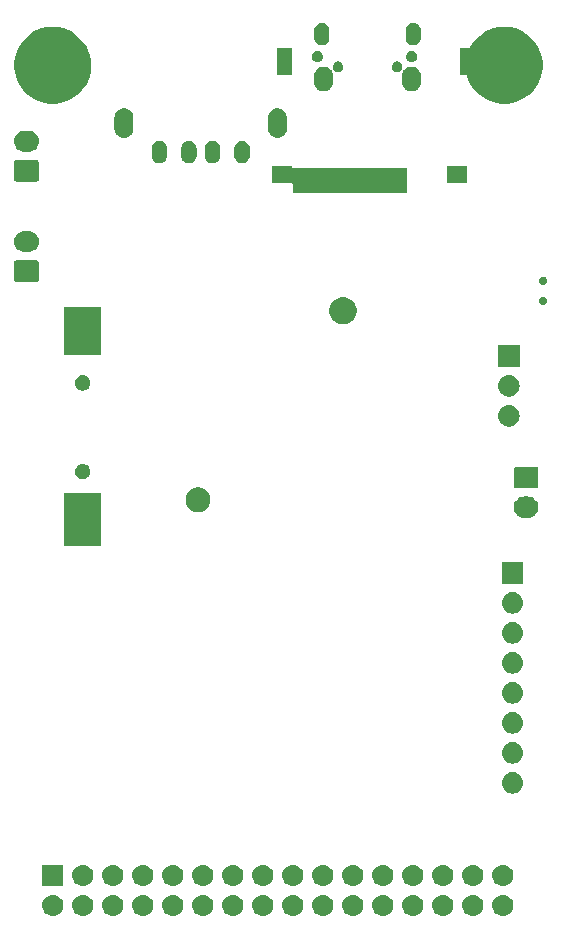
<source format=gbr>
G04 #@! TF.GenerationSoftware,KiCad,Pcbnew,(5.1.4)-1*
G04 #@! TF.CreationDate,2020-02-10T17:26:08+08:00*
G04 #@! TF.ProjectId,F1C100s-i80,46314331-3030-4732-9d69-38302e6b6963,rev?*
G04 #@! TF.SameCoordinates,Original*
G04 #@! TF.FileFunction,Soldermask,Bot*
G04 #@! TF.FilePolarity,Negative*
%FSLAX46Y46*%
G04 Gerber Fmt 4.6, Leading zero omitted, Abs format (unit mm)*
G04 Created by KiCad (PCBNEW (5.1.4)-1) date 2020-02-10 17:26:08*
%MOMM*%
%LPD*%
G04 APERTURE LIST*
%ADD10C,0.100000*%
G04 APERTURE END LIST*
D10*
G36*
X83930442Y-95625518D02*
G01*
X83996627Y-95632037D01*
X84166466Y-95683557D01*
X84322991Y-95767222D01*
X84358729Y-95796552D01*
X84460186Y-95879814D01*
X84543448Y-95981271D01*
X84572778Y-96017009D01*
X84656443Y-96173534D01*
X84707963Y-96343373D01*
X84725359Y-96520000D01*
X84707963Y-96696627D01*
X84656443Y-96866466D01*
X84572778Y-97022991D01*
X84543448Y-97058729D01*
X84460186Y-97160186D01*
X84358729Y-97243448D01*
X84322991Y-97272778D01*
X84166466Y-97356443D01*
X83996627Y-97407963D01*
X83930442Y-97414482D01*
X83864260Y-97421000D01*
X83775740Y-97421000D01*
X83709558Y-97414482D01*
X83643373Y-97407963D01*
X83473534Y-97356443D01*
X83317009Y-97272778D01*
X83281271Y-97243448D01*
X83179814Y-97160186D01*
X83096552Y-97058729D01*
X83067222Y-97022991D01*
X82983557Y-96866466D01*
X82932037Y-96696627D01*
X82914641Y-96520000D01*
X82932037Y-96343373D01*
X82983557Y-96173534D01*
X83067222Y-96017009D01*
X83096552Y-95981271D01*
X83179814Y-95879814D01*
X83281271Y-95796552D01*
X83317009Y-95767222D01*
X83473534Y-95683557D01*
X83643373Y-95632037D01*
X83709558Y-95625518D01*
X83775740Y-95619000D01*
X83864260Y-95619000D01*
X83930442Y-95625518D01*
X83930442Y-95625518D01*
G37*
G36*
X63610442Y-95625518D02*
G01*
X63676627Y-95632037D01*
X63846466Y-95683557D01*
X64002991Y-95767222D01*
X64038729Y-95796552D01*
X64140186Y-95879814D01*
X64223448Y-95981271D01*
X64252778Y-96017009D01*
X64336443Y-96173534D01*
X64387963Y-96343373D01*
X64405359Y-96520000D01*
X64387963Y-96696627D01*
X64336443Y-96866466D01*
X64252778Y-97022991D01*
X64223448Y-97058729D01*
X64140186Y-97160186D01*
X64038729Y-97243448D01*
X64002991Y-97272778D01*
X63846466Y-97356443D01*
X63676627Y-97407963D01*
X63610442Y-97414482D01*
X63544260Y-97421000D01*
X63455740Y-97421000D01*
X63389558Y-97414482D01*
X63323373Y-97407963D01*
X63153534Y-97356443D01*
X62997009Y-97272778D01*
X62961271Y-97243448D01*
X62859814Y-97160186D01*
X62776552Y-97058729D01*
X62747222Y-97022991D01*
X62663557Y-96866466D01*
X62612037Y-96696627D01*
X62594641Y-96520000D01*
X62612037Y-96343373D01*
X62663557Y-96173534D01*
X62747222Y-96017009D01*
X62776552Y-95981271D01*
X62859814Y-95879814D01*
X62961271Y-95796552D01*
X62997009Y-95767222D01*
X63153534Y-95683557D01*
X63323373Y-95632037D01*
X63389558Y-95625518D01*
X63455740Y-95619000D01*
X63544260Y-95619000D01*
X63610442Y-95625518D01*
X63610442Y-95625518D01*
G37*
G36*
X45830442Y-95625518D02*
G01*
X45896627Y-95632037D01*
X46066466Y-95683557D01*
X46222991Y-95767222D01*
X46258729Y-95796552D01*
X46360186Y-95879814D01*
X46443448Y-95981271D01*
X46472778Y-96017009D01*
X46556443Y-96173534D01*
X46607963Y-96343373D01*
X46625359Y-96520000D01*
X46607963Y-96696627D01*
X46556443Y-96866466D01*
X46472778Y-97022991D01*
X46443448Y-97058729D01*
X46360186Y-97160186D01*
X46258729Y-97243448D01*
X46222991Y-97272778D01*
X46066466Y-97356443D01*
X45896627Y-97407963D01*
X45830442Y-97414482D01*
X45764260Y-97421000D01*
X45675740Y-97421000D01*
X45609558Y-97414482D01*
X45543373Y-97407963D01*
X45373534Y-97356443D01*
X45217009Y-97272778D01*
X45181271Y-97243448D01*
X45079814Y-97160186D01*
X44996552Y-97058729D01*
X44967222Y-97022991D01*
X44883557Y-96866466D01*
X44832037Y-96696627D01*
X44814641Y-96520000D01*
X44832037Y-96343373D01*
X44883557Y-96173534D01*
X44967222Y-96017009D01*
X44996552Y-95981271D01*
X45079814Y-95879814D01*
X45181271Y-95796552D01*
X45217009Y-95767222D01*
X45373534Y-95683557D01*
X45543373Y-95632037D01*
X45609558Y-95625518D01*
X45675740Y-95619000D01*
X45764260Y-95619000D01*
X45830442Y-95625518D01*
X45830442Y-95625518D01*
G37*
G36*
X48370442Y-95625518D02*
G01*
X48436627Y-95632037D01*
X48606466Y-95683557D01*
X48762991Y-95767222D01*
X48798729Y-95796552D01*
X48900186Y-95879814D01*
X48983448Y-95981271D01*
X49012778Y-96017009D01*
X49096443Y-96173534D01*
X49147963Y-96343373D01*
X49165359Y-96520000D01*
X49147963Y-96696627D01*
X49096443Y-96866466D01*
X49012778Y-97022991D01*
X48983448Y-97058729D01*
X48900186Y-97160186D01*
X48798729Y-97243448D01*
X48762991Y-97272778D01*
X48606466Y-97356443D01*
X48436627Y-97407963D01*
X48370442Y-97414482D01*
X48304260Y-97421000D01*
X48215740Y-97421000D01*
X48149558Y-97414482D01*
X48083373Y-97407963D01*
X47913534Y-97356443D01*
X47757009Y-97272778D01*
X47721271Y-97243448D01*
X47619814Y-97160186D01*
X47536552Y-97058729D01*
X47507222Y-97022991D01*
X47423557Y-96866466D01*
X47372037Y-96696627D01*
X47354641Y-96520000D01*
X47372037Y-96343373D01*
X47423557Y-96173534D01*
X47507222Y-96017009D01*
X47536552Y-95981271D01*
X47619814Y-95879814D01*
X47721271Y-95796552D01*
X47757009Y-95767222D01*
X47913534Y-95683557D01*
X48083373Y-95632037D01*
X48149558Y-95625518D01*
X48215740Y-95619000D01*
X48304260Y-95619000D01*
X48370442Y-95625518D01*
X48370442Y-95625518D01*
G37*
G36*
X50910442Y-95625518D02*
G01*
X50976627Y-95632037D01*
X51146466Y-95683557D01*
X51302991Y-95767222D01*
X51338729Y-95796552D01*
X51440186Y-95879814D01*
X51523448Y-95981271D01*
X51552778Y-96017009D01*
X51636443Y-96173534D01*
X51687963Y-96343373D01*
X51705359Y-96520000D01*
X51687963Y-96696627D01*
X51636443Y-96866466D01*
X51552778Y-97022991D01*
X51523448Y-97058729D01*
X51440186Y-97160186D01*
X51338729Y-97243448D01*
X51302991Y-97272778D01*
X51146466Y-97356443D01*
X50976627Y-97407963D01*
X50910442Y-97414482D01*
X50844260Y-97421000D01*
X50755740Y-97421000D01*
X50689558Y-97414482D01*
X50623373Y-97407963D01*
X50453534Y-97356443D01*
X50297009Y-97272778D01*
X50261271Y-97243448D01*
X50159814Y-97160186D01*
X50076552Y-97058729D01*
X50047222Y-97022991D01*
X49963557Y-96866466D01*
X49912037Y-96696627D01*
X49894641Y-96520000D01*
X49912037Y-96343373D01*
X49963557Y-96173534D01*
X50047222Y-96017009D01*
X50076552Y-95981271D01*
X50159814Y-95879814D01*
X50261271Y-95796552D01*
X50297009Y-95767222D01*
X50453534Y-95683557D01*
X50623373Y-95632037D01*
X50689558Y-95625518D01*
X50755740Y-95619000D01*
X50844260Y-95619000D01*
X50910442Y-95625518D01*
X50910442Y-95625518D01*
G37*
G36*
X53450442Y-95625518D02*
G01*
X53516627Y-95632037D01*
X53686466Y-95683557D01*
X53842991Y-95767222D01*
X53878729Y-95796552D01*
X53980186Y-95879814D01*
X54063448Y-95981271D01*
X54092778Y-96017009D01*
X54176443Y-96173534D01*
X54227963Y-96343373D01*
X54245359Y-96520000D01*
X54227963Y-96696627D01*
X54176443Y-96866466D01*
X54092778Y-97022991D01*
X54063448Y-97058729D01*
X53980186Y-97160186D01*
X53878729Y-97243448D01*
X53842991Y-97272778D01*
X53686466Y-97356443D01*
X53516627Y-97407963D01*
X53450442Y-97414482D01*
X53384260Y-97421000D01*
X53295740Y-97421000D01*
X53229558Y-97414482D01*
X53163373Y-97407963D01*
X52993534Y-97356443D01*
X52837009Y-97272778D01*
X52801271Y-97243448D01*
X52699814Y-97160186D01*
X52616552Y-97058729D01*
X52587222Y-97022991D01*
X52503557Y-96866466D01*
X52452037Y-96696627D01*
X52434641Y-96520000D01*
X52452037Y-96343373D01*
X52503557Y-96173534D01*
X52587222Y-96017009D01*
X52616552Y-95981271D01*
X52699814Y-95879814D01*
X52801271Y-95796552D01*
X52837009Y-95767222D01*
X52993534Y-95683557D01*
X53163373Y-95632037D01*
X53229558Y-95625518D01*
X53295740Y-95619000D01*
X53384260Y-95619000D01*
X53450442Y-95625518D01*
X53450442Y-95625518D01*
G37*
G36*
X55990442Y-95625518D02*
G01*
X56056627Y-95632037D01*
X56226466Y-95683557D01*
X56382991Y-95767222D01*
X56418729Y-95796552D01*
X56520186Y-95879814D01*
X56603448Y-95981271D01*
X56632778Y-96017009D01*
X56716443Y-96173534D01*
X56767963Y-96343373D01*
X56785359Y-96520000D01*
X56767963Y-96696627D01*
X56716443Y-96866466D01*
X56632778Y-97022991D01*
X56603448Y-97058729D01*
X56520186Y-97160186D01*
X56418729Y-97243448D01*
X56382991Y-97272778D01*
X56226466Y-97356443D01*
X56056627Y-97407963D01*
X55990442Y-97414482D01*
X55924260Y-97421000D01*
X55835740Y-97421000D01*
X55769558Y-97414482D01*
X55703373Y-97407963D01*
X55533534Y-97356443D01*
X55377009Y-97272778D01*
X55341271Y-97243448D01*
X55239814Y-97160186D01*
X55156552Y-97058729D01*
X55127222Y-97022991D01*
X55043557Y-96866466D01*
X54992037Y-96696627D01*
X54974641Y-96520000D01*
X54992037Y-96343373D01*
X55043557Y-96173534D01*
X55127222Y-96017009D01*
X55156552Y-95981271D01*
X55239814Y-95879814D01*
X55341271Y-95796552D01*
X55377009Y-95767222D01*
X55533534Y-95683557D01*
X55703373Y-95632037D01*
X55769558Y-95625518D01*
X55835740Y-95619000D01*
X55924260Y-95619000D01*
X55990442Y-95625518D01*
X55990442Y-95625518D01*
G37*
G36*
X58530442Y-95625518D02*
G01*
X58596627Y-95632037D01*
X58766466Y-95683557D01*
X58922991Y-95767222D01*
X58958729Y-95796552D01*
X59060186Y-95879814D01*
X59143448Y-95981271D01*
X59172778Y-96017009D01*
X59256443Y-96173534D01*
X59307963Y-96343373D01*
X59325359Y-96520000D01*
X59307963Y-96696627D01*
X59256443Y-96866466D01*
X59172778Y-97022991D01*
X59143448Y-97058729D01*
X59060186Y-97160186D01*
X58958729Y-97243448D01*
X58922991Y-97272778D01*
X58766466Y-97356443D01*
X58596627Y-97407963D01*
X58530442Y-97414482D01*
X58464260Y-97421000D01*
X58375740Y-97421000D01*
X58309558Y-97414482D01*
X58243373Y-97407963D01*
X58073534Y-97356443D01*
X57917009Y-97272778D01*
X57881271Y-97243448D01*
X57779814Y-97160186D01*
X57696552Y-97058729D01*
X57667222Y-97022991D01*
X57583557Y-96866466D01*
X57532037Y-96696627D01*
X57514641Y-96520000D01*
X57532037Y-96343373D01*
X57583557Y-96173534D01*
X57667222Y-96017009D01*
X57696552Y-95981271D01*
X57779814Y-95879814D01*
X57881271Y-95796552D01*
X57917009Y-95767222D01*
X58073534Y-95683557D01*
X58243373Y-95632037D01*
X58309558Y-95625518D01*
X58375740Y-95619000D01*
X58464260Y-95619000D01*
X58530442Y-95625518D01*
X58530442Y-95625518D01*
G37*
G36*
X61070442Y-95625518D02*
G01*
X61136627Y-95632037D01*
X61306466Y-95683557D01*
X61462991Y-95767222D01*
X61498729Y-95796552D01*
X61600186Y-95879814D01*
X61683448Y-95981271D01*
X61712778Y-96017009D01*
X61796443Y-96173534D01*
X61847963Y-96343373D01*
X61865359Y-96520000D01*
X61847963Y-96696627D01*
X61796443Y-96866466D01*
X61712778Y-97022991D01*
X61683448Y-97058729D01*
X61600186Y-97160186D01*
X61498729Y-97243448D01*
X61462991Y-97272778D01*
X61306466Y-97356443D01*
X61136627Y-97407963D01*
X61070442Y-97414482D01*
X61004260Y-97421000D01*
X60915740Y-97421000D01*
X60849558Y-97414482D01*
X60783373Y-97407963D01*
X60613534Y-97356443D01*
X60457009Y-97272778D01*
X60421271Y-97243448D01*
X60319814Y-97160186D01*
X60236552Y-97058729D01*
X60207222Y-97022991D01*
X60123557Y-96866466D01*
X60072037Y-96696627D01*
X60054641Y-96520000D01*
X60072037Y-96343373D01*
X60123557Y-96173534D01*
X60207222Y-96017009D01*
X60236552Y-95981271D01*
X60319814Y-95879814D01*
X60421271Y-95796552D01*
X60457009Y-95767222D01*
X60613534Y-95683557D01*
X60783373Y-95632037D01*
X60849558Y-95625518D01*
X60915740Y-95619000D01*
X61004260Y-95619000D01*
X61070442Y-95625518D01*
X61070442Y-95625518D01*
G37*
G36*
X68690442Y-95625518D02*
G01*
X68756627Y-95632037D01*
X68926466Y-95683557D01*
X69082991Y-95767222D01*
X69118729Y-95796552D01*
X69220186Y-95879814D01*
X69303448Y-95981271D01*
X69332778Y-96017009D01*
X69416443Y-96173534D01*
X69467963Y-96343373D01*
X69485359Y-96520000D01*
X69467963Y-96696627D01*
X69416443Y-96866466D01*
X69332778Y-97022991D01*
X69303448Y-97058729D01*
X69220186Y-97160186D01*
X69118729Y-97243448D01*
X69082991Y-97272778D01*
X68926466Y-97356443D01*
X68756627Y-97407963D01*
X68690442Y-97414482D01*
X68624260Y-97421000D01*
X68535740Y-97421000D01*
X68469558Y-97414482D01*
X68403373Y-97407963D01*
X68233534Y-97356443D01*
X68077009Y-97272778D01*
X68041271Y-97243448D01*
X67939814Y-97160186D01*
X67856552Y-97058729D01*
X67827222Y-97022991D01*
X67743557Y-96866466D01*
X67692037Y-96696627D01*
X67674641Y-96520000D01*
X67692037Y-96343373D01*
X67743557Y-96173534D01*
X67827222Y-96017009D01*
X67856552Y-95981271D01*
X67939814Y-95879814D01*
X68041271Y-95796552D01*
X68077009Y-95767222D01*
X68233534Y-95683557D01*
X68403373Y-95632037D01*
X68469558Y-95625518D01*
X68535740Y-95619000D01*
X68624260Y-95619000D01*
X68690442Y-95625518D01*
X68690442Y-95625518D01*
G37*
G36*
X71230442Y-95625518D02*
G01*
X71296627Y-95632037D01*
X71466466Y-95683557D01*
X71622991Y-95767222D01*
X71658729Y-95796552D01*
X71760186Y-95879814D01*
X71843448Y-95981271D01*
X71872778Y-96017009D01*
X71956443Y-96173534D01*
X72007963Y-96343373D01*
X72025359Y-96520000D01*
X72007963Y-96696627D01*
X71956443Y-96866466D01*
X71872778Y-97022991D01*
X71843448Y-97058729D01*
X71760186Y-97160186D01*
X71658729Y-97243448D01*
X71622991Y-97272778D01*
X71466466Y-97356443D01*
X71296627Y-97407963D01*
X71230442Y-97414482D01*
X71164260Y-97421000D01*
X71075740Y-97421000D01*
X71009558Y-97414482D01*
X70943373Y-97407963D01*
X70773534Y-97356443D01*
X70617009Y-97272778D01*
X70581271Y-97243448D01*
X70479814Y-97160186D01*
X70396552Y-97058729D01*
X70367222Y-97022991D01*
X70283557Y-96866466D01*
X70232037Y-96696627D01*
X70214641Y-96520000D01*
X70232037Y-96343373D01*
X70283557Y-96173534D01*
X70367222Y-96017009D01*
X70396552Y-95981271D01*
X70479814Y-95879814D01*
X70581271Y-95796552D01*
X70617009Y-95767222D01*
X70773534Y-95683557D01*
X70943373Y-95632037D01*
X71009558Y-95625518D01*
X71075740Y-95619000D01*
X71164260Y-95619000D01*
X71230442Y-95625518D01*
X71230442Y-95625518D01*
G37*
G36*
X73770442Y-95625518D02*
G01*
X73836627Y-95632037D01*
X74006466Y-95683557D01*
X74162991Y-95767222D01*
X74198729Y-95796552D01*
X74300186Y-95879814D01*
X74383448Y-95981271D01*
X74412778Y-96017009D01*
X74496443Y-96173534D01*
X74547963Y-96343373D01*
X74565359Y-96520000D01*
X74547963Y-96696627D01*
X74496443Y-96866466D01*
X74412778Y-97022991D01*
X74383448Y-97058729D01*
X74300186Y-97160186D01*
X74198729Y-97243448D01*
X74162991Y-97272778D01*
X74006466Y-97356443D01*
X73836627Y-97407963D01*
X73770442Y-97414482D01*
X73704260Y-97421000D01*
X73615740Y-97421000D01*
X73549558Y-97414482D01*
X73483373Y-97407963D01*
X73313534Y-97356443D01*
X73157009Y-97272778D01*
X73121271Y-97243448D01*
X73019814Y-97160186D01*
X72936552Y-97058729D01*
X72907222Y-97022991D01*
X72823557Y-96866466D01*
X72772037Y-96696627D01*
X72754641Y-96520000D01*
X72772037Y-96343373D01*
X72823557Y-96173534D01*
X72907222Y-96017009D01*
X72936552Y-95981271D01*
X73019814Y-95879814D01*
X73121271Y-95796552D01*
X73157009Y-95767222D01*
X73313534Y-95683557D01*
X73483373Y-95632037D01*
X73549558Y-95625518D01*
X73615740Y-95619000D01*
X73704260Y-95619000D01*
X73770442Y-95625518D01*
X73770442Y-95625518D01*
G37*
G36*
X76310442Y-95625518D02*
G01*
X76376627Y-95632037D01*
X76546466Y-95683557D01*
X76702991Y-95767222D01*
X76738729Y-95796552D01*
X76840186Y-95879814D01*
X76923448Y-95981271D01*
X76952778Y-96017009D01*
X77036443Y-96173534D01*
X77087963Y-96343373D01*
X77105359Y-96520000D01*
X77087963Y-96696627D01*
X77036443Y-96866466D01*
X76952778Y-97022991D01*
X76923448Y-97058729D01*
X76840186Y-97160186D01*
X76738729Y-97243448D01*
X76702991Y-97272778D01*
X76546466Y-97356443D01*
X76376627Y-97407963D01*
X76310442Y-97414482D01*
X76244260Y-97421000D01*
X76155740Y-97421000D01*
X76089558Y-97414482D01*
X76023373Y-97407963D01*
X75853534Y-97356443D01*
X75697009Y-97272778D01*
X75661271Y-97243448D01*
X75559814Y-97160186D01*
X75476552Y-97058729D01*
X75447222Y-97022991D01*
X75363557Y-96866466D01*
X75312037Y-96696627D01*
X75294641Y-96520000D01*
X75312037Y-96343373D01*
X75363557Y-96173534D01*
X75447222Y-96017009D01*
X75476552Y-95981271D01*
X75559814Y-95879814D01*
X75661271Y-95796552D01*
X75697009Y-95767222D01*
X75853534Y-95683557D01*
X76023373Y-95632037D01*
X76089558Y-95625518D01*
X76155740Y-95619000D01*
X76244260Y-95619000D01*
X76310442Y-95625518D01*
X76310442Y-95625518D01*
G37*
G36*
X78850442Y-95625518D02*
G01*
X78916627Y-95632037D01*
X79086466Y-95683557D01*
X79242991Y-95767222D01*
X79278729Y-95796552D01*
X79380186Y-95879814D01*
X79463448Y-95981271D01*
X79492778Y-96017009D01*
X79576443Y-96173534D01*
X79627963Y-96343373D01*
X79645359Y-96520000D01*
X79627963Y-96696627D01*
X79576443Y-96866466D01*
X79492778Y-97022991D01*
X79463448Y-97058729D01*
X79380186Y-97160186D01*
X79278729Y-97243448D01*
X79242991Y-97272778D01*
X79086466Y-97356443D01*
X78916627Y-97407963D01*
X78850442Y-97414482D01*
X78784260Y-97421000D01*
X78695740Y-97421000D01*
X78629558Y-97414482D01*
X78563373Y-97407963D01*
X78393534Y-97356443D01*
X78237009Y-97272778D01*
X78201271Y-97243448D01*
X78099814Y-97160186D01*
X78016552Y-97058729D01*
X77987222Y-97022991D01*
X77903557Y-96866466D01*
X77852037Y-96696627D01*
X77834641Y-96520000D01*
X77852037Y-96343373D01*
X77903557Y-96173534D01*
X77987222Y-96017009D01*
X78016552Y-95981271D01*
X78099814Y-95879814D01*
X78201271Y-95796552D01*
X78237009Y-95767222D01*
X78393534Y-95683557D01*
X78563373Y-95632037D01*
X78629558Y-95625518D01*
X78695740Y-95619000D01*
X78784260Y-95619000D01*
X78850442Y-95625518D01*
X78850442Y-95625518D01*
G37*
G36*
X81390442Y-95625518D02*
G01*
X81456627Y-95632037D01*
X81626466Y-95683557D01*
X81782991Y-95767222D01*
X81818729Y-95796552D01*
X81920186Y-95879814D01*
X82003448Y-95981271D01*
X82032778Y-96017009D01*
X82116443Y-96173534D01*
X82167963Y-96343373D01*
X82185359Y-96520000D01*
X82167963Y-96696627D01*
X82116443Y-96866466D01*
X82032778Y-97022991D01*
X82003448Y-97058729D01*
X81920186Y-97160186D01*
X81818729Y-97243448D01*
X81782991Y-97272778D01*
X81626466Y-97356443D01*
X81456627Y-97407963D01*
X81390442Y-97414482D01*
X81324260Y-97421000D01*
X81235740Y-97421000D01*
X81169558Y-97414482D01*
X81103373Y-97407963D01*
X80933534Y-97356443D01*
X80777009Y-97272778D01*
X80741271Y-97243448D01*
X80639814Y-97160186D01*
X80556552Y-97058729D01*
X80527222Y-97022991D01*
X80443557Y-96866466D01*
X80392037Y-96696627D01*
X80374641Y-96520000D01*
X80392037Y-96343373D01*
X80443557Y-96173534D01*
X80527222Y-96017009D01*
X80556552Y-95981271D01*
X80639814Y-95879814D01*
X80741271Y-95796552D01*
X80777009Y-95767222D01*
X80933534Y-95683557D01*
X81103373Y-95632037D01*
X81169558Y-95625518D01*
X81235740Y-95619000D01*
X81324260Y-95619000D01*
X81390442Y-95625518D01*
X81390442Y-95625518D01*
G37*
G36*
X66150442Y-95625518D02*
G01*
X66216627Y-95632037D01*
X66386466Y-95683557D01*
X66542991Y-95767222D01*
X66578729Y-95796552D01*
X66680186Y-95879814D01*
X66763448Y-95981271D01*
X66792778Y-96017009D01*
X66876443Y-96173534D01*
X66927963Y-96343373D01*
X66945359Y-96520000D01*
X66927963Y-96696627D01*
X66876443Y-96866466D01*
X66792778Y-97022991D01*
X66763448Y-97058729D01*
X66680186Y-97160186D01*
X66578729Y-97243448D01*
X66542991Y-97272778D01*
X66386466Y-97356443D01*
X66216627Y-97407963D01*
X66150442Y-97414482D01*
X66084260Y-97421000D01*
X65995740Y-97421000D01*
X65929558Y-97414482D01*
X65863373Y-97407963D01*
X65693534Y-97356443D01*
X65537009Y-97272778D01*
X65501271Y-97243448D01*
X65399814Y-97160186D01*
X65316552Y-97058729D01*
X65287222Y-97022991D01*
X65203557Y-96866466D01*
X65152037Y-96696627D01*
X65134641Y-96520000D01*
X65152037Y-96343373D01*
X65203557Y-96173534D01*
X65287222Y-96017009D01*
X65316552Y-95981271D01*
X65399814Y-95879814D01*
X65501271Y-95796552D01*
X65537009Y-95767222D01*
X65693534Y-95683557D01*
X65863373Y-95632037D01*
X65929558Y-95625518D01*
X65995740Y-95619000D01*
X66084260Y-95619000D01*
X66150442Y-95625518D01*
X66150442Y-95625518D01*
G37*
G36*
X55990443Y-93085519D02*
G01*
X56056627Y-93092037D01*
X56226466Y-93143557D01*
X56382991Y-93227222D01*
X56418729Y-93256552D01*
X56520186Y-93339814D01*
X56603448Y-93441271D01*
X56632778Y-93477009D01*
X56716443Y-93633534D01*
X56767963Y-93803373D01*
X56785359Y-93980000D01*
X56767963Y-94156627D01*
X56716443Y-94326466D01*
X56632778Y-94482991D01*
X56603448Y-94518729D01*
X56520186Y-94620186D01*
X56418729Y-94703448D01*
X56382991Y-94732778D01*
X56226466Y-94816443D01*
X56056627Y-94867963D01*
X55990443Y-94874481D01*
X55924260Y-94881000D01*
X55835740Y-94881000D01*
X55769557Y-94874481D01*
X55703373Y-94867963D01*
X55533534Y-94816443D01*
X55377009Y-94732778D01*
X55341271Y-94703448D01*
X55239814Y-94620186D01*
X55156552Y-94518729D01*
X55127222Y-94482991D01*
X55043557Y-94326466D01*
X54992037Y-94156627D01*
X54974641Y-93980000D01*
X54992037Y-93803373D01*
X55043557Y-93633534D01*
X55127222Y-93477009D01*
X55156552Y-93441271D01*
X55239814Y-93339814D01*
X55341271Y-93256552D01*
X55377009Y-93227222D01*
X55533534Y-93143557D01*
X55703373Y-93092037D01*
X55769557Y-93085519D01*
X55835740Y-93079000D01*
X55924260Y-93079000D01*
X55990443Y-93085519D01*
X55990443Y-93085519D01*
G37*
G36*
X83930443Y-93085519D02*
G01*
X83996627Y-93092037D01*
X84166466Y-93143557D01*
X84322991Y-93227222D01*
X84358729Y-93256552D01*
X84460186Y-93339814D01*
X84543448Y-93441271D01*
X84572778Y-93477009D01*
X84656443Y-93633534D01*
X84707963Y-93803373D01*
X84725359Y-93980000D01*
X84707963Y-94156627D01*
X84656443Y-94326466D01*
X84572778Y-94482991D01*
X84543448Y-94518729D01*
X84460186Y-94620186D01*
X84358729Y-94703448D01*
X84322991Y-94732778D01*
X84166466Y-94816443D01*
X83996627Y-94867963D01*
X83930443Y-94874481D01*
X83864260Y-94881000D01*
X83775740Y-94881000D01*
X83709557Y-94874481D01*
X83643373Y-94867963D01*
X83473534Y-94816443D01*
X83317009Y-94732778D01*
X83281271Y-94703448D01*
X83179814Y-94620186D01*
X83096552Y-94518729D01*
X83067222Y-94482991D01*
X82983557Y-94326466D01*
X82932037Y-94156627D01*
X82914641Y-93980000D01*
X82932037Y-93803373D01*
X82983557Y-93633534D01*
X83067222Y-93477009D01*
X83096552Y-93441271D01*
X83179814Y-93339814D01*
X83281271Y-93256552D01*
X83317009Y-93227222D01*
X83473534Y-93143557D01*
X83643373Y-93092037D01*
X83709557Y-93085519D01*
X83775740Y-93079000D01*
X83864260Y-93079000D01*
X83930443Y-93085519D01*
X83930443Y-93085519D01*
G37*
G36*
X81390443Y-93085519D02*
G01*
X81456627Y-93092037D01*
X81626466Y-93143557D01*
X81782991Y-93227222D01*
X81818729Y-93256552D01*
X81920186Y-93339814D01*
X82003448Y-93441271D01*
X82032778Y-93477009D01*
X82116443Y-93633534D01*
X82167963Y-93803373D01*
X82185359Y-93980000D01*
X82167963Y-94156627D01*
X82116443Y-94326466D01*
X82032778Y-94482991D01*
X82003448Y-94518729D01*
X81920186Y-94620186D01*
X81818729Y-94703448D01*
X81782991Y-94732778D01*
X81626466Y-94816443D01*
X81456627Y-94867963D01*
X81390443Y-94874481D01*
X81324260Y-94881000D01*
X81235740Y-94881000D01*
X81169557Y-94874481D01*
X81103373Y-94867963D01*
X80933534Y-94816443D01*
X80777009Y-94732778D01*
X80741271Y-94703448D01*
X80639814Y-94620186D01*
X80556552Y-94518729D01*
X80527222Y-94482991D01*
X80443557Y-94326466D01*
X80392037Y-94156627D01*
X80374641Y-93980000D01*
X80392037Y-93803373D01*
X80443557Y-93633534D01*
X80527222Y-93477009D01*
X80556552Y-93441271D01*
X80639814Y-93339814D01*
X80741271Y-93256552D01*
X80777009Y-93227222D01*
X80933534Y-93143557D01*
X81103373Y-93092037D01*
X81169557Y-93085519D01*
X81235740Y-93079000D01*
X81324260Y-93079000D01*
X81390443Y-93085519D01*
X81390443Y-93085519D01*
G37*
G36*
X78850443Y-93085519D02*
G01*
X78916627Y-93092037D01*
X79086466Y-93143557D01*
X79242991Y-93227222D01*
X79278729Y-93256552D01*
X79380186Y-93339814D01*
X79463448Y-93441271D01*
X79492778Y-93477009D01*
X79576443Y-93633534D01*
X79627963Y-93803373D01*
X79645359Y-93980000D01*
X79627963Y-94156627D01*
X79576443Y-94326466D01*
X79492778Y-94482991D01*
X79463448Y-94518729D01*
X79380186Y-94620186D01*
X79278729Y-94703448D01*
X79242991Y-94732778D01*
X79086466Y-94816443D01*
X78916627Y-94867963D01*
X78850443Y-94874481D01*
X78784260Y-94881000D01*
X78695740Y-94881000D01*
X78629557Y-94874481D01*
X78563373Y-94867963D01*
X78393534Y-94816443D01*
X78237009Y-94732778D01*
X78201271Y-94703448D01*
X78099814Y-94620186D01*
X78016552Y-94518729D01*
X77987222Y-94482991D01*
X77903557Y-94326466D01*
X77852037Y-94156627D01*
X77834641Y-93980000D01*
X77852037Y-93803373D01*
X77903557Y-93633534D01*
X77987222Y-93477009D01*
X78016552Y-93441271D01*
X78099814Y-93339814D01*
X78201271Y-93256552D01*
X78237009Y-93227222D01*
X78393534Y-93143557D01*
X78563373Y-93092037D01*
X78629557Y-93085519D01*
X78695740Y-93079000D01*
X78784260Y-93079000D01*
X78850443Y-93085519D01*
X78850443Y-93085519D01*
G37*
G36*
X46621000Y-94881000D02*
G01*
X44819000Y-94881000D01*
X44819000Y-93079000D01*
X46621000Y-93079000D01*
X46621000Y-94881000D01*
X46621000Y-94881000D01*
G37*
G36*
X48370443Y-93085519D02*
G01*
X48436627Y-93092037D01*
X48606466Y-93143557D01*
X48762991Y-93227222D01*
X48798729Y-93256552D01*
X48900186Y-93339814D01*
X48983448Y-93441271D01*
X49012778Y-93477009D01*
X49096443Y-93633534D01*
X49147963Y-93803373D01*
X49165359Y-93980000D01*
X49147963Y-94156627D01*
X49096443Y-94326466D01*
X49012778Y-94482991D01*
X48983448Y-94518729D01*
X48900186Y-94620186D01*
X48798729Y-94703448D01*
X48762991Y-94732778D01*
X48606466Y-94816443D01*
X48436627Y-94867963D01*
X48370443Y-94874481D01*
X48304260Y-94881000D01*
X48215740Y-94881000D01*
X48149557Y-94874481D01*
X48083373Y-94867963D01*
X47913534Y-94816443D01*
X47757009Y-94732778D01*
X47721271Y-94703448D01*
X47619814Y-94620186D01*
X47536552Y-94518729D01*
X47507222Y-94482991D01*
X47423557Y-94326466D01*
X47372037Y-94156627D01*
X47354641Y-93980000D01*
X47372037Y-93803373D01*
X47423557Y-93633534D01*
X47507222Y-93477009D01*
X47536552Y-93441271D01*
X47619814Y-93339814D01*
X47721271Y-93256552D01*
X47757009Y-93227222D01*
X47913534Y-93143557D01*
X48083373Y-93092037D01*
X48149557Y-93085519D01*
X48215740Y-93079000D01*
X48304260Y-93079000D01*
X48370443Y-93085519D01*
X48370443Y-93085519D01*
G37*
G36*
X50910443Y-93085519D02*
G01*
X50976627Y-93092037D01*
X51146466Y-93143557D01*
X51302991Y-93227222D01*
X51338729Y-93256552D01*
X51440186Y-93339814D01*
X51523448Y-93441271D01*
X51552778Y-93477009D01*
X51636443Y-93633534D01*
X51687963Y-93803373D01*
X51705359Y-93980000D01*
X51687963Y-94156627D01*
X51636443Y-94326466D01*
X51552778Y-94482991D01*
X51523448Y-94518729D01*
X51440186Y-94620186D01*
X51338729Y-94703448D01*
X51302991Y-94732778D01*
X51146466Y-94816443D01*
X50976627Y-94867963D01*
X50910443Y-94874481D01*
X50844260Y-94881000D01*
X50755740Y-94881000D01*
X50689557Y-94874481D01*
X50623373Y-94867963D01*
X50453534Y-94816443D01*
X50297009Y-94732778D01*
X50261271Y-94703448D01*
X50159814Y-94620186D01*
X50076552Y-94518729D01*
X50047222Y-94482991D01*
X49963557Y-94326466D01*
X49912037Y-94156627D01*
X49894641Y-93980000D01*
X49912037Y-93803373D01*
X49963557Y-93633534D01*
X50047222Y-93477009D01*
X50076552Y-93441271D01*
X50159814Y-93339814D01*
X50261271Y-93256552D01*
X50297009Y-93227222D01*
X50453534Y-93143557D01*
X50623373Y-93092037D01*
X50689557Y-93085519D01*
X50755740Y-93079000D01*
X50844260Y-93079000D01*
X50910443Y-93085519D01*
X50910443Y-93085519D01*
G37*
G36*
X53450443Y-93085519D02*
G01*
X53516627Y-93092037D01*
X53686466Y-93143557D01*
X53842991Y-93227222D01*
X53878729Y-93256552D01*
X53980186Y-93339814D01*
X54063448Y-93441271D01*
X54092778Y-93477009D01*
X54176443Y-93633534D01*
X54227963Y-93803373D01*
X54245359Y-93980000D01*
X54227963Y-94156627D01*
X54176443Y-94326466D01*
X54092778Y-94482991D01*
X54063448Y-94518729D01*
X53980186Y-94620186D01*
X53878729Y-94703448D01*
X53842991Y-94732778D01*
X53686466Y-94816443D01*
X53516627Y-94867963D01*
X53450443Y-94874481D01*
X53384260Y-94881000D01*
X53295740Y-94881000D01*
X53229557Y-94874481D01*
X53163373Y-94867963D01*
X52993534Y-94816443D01*
X52837009Y-94732778D01*
X52801271Y-94703448D01*
X52699814Y-94620186D01*
X52616552Y-94518729D01*
X52587222Y-94482991D01*
X52503557Y-94326466D01*
X52452037Y-94156627D01*
X52434641Y-93980000D01*
X52452037Y-93803373D01*
X52503557Y-93633534D01*
X52587222Y-93477009D01*
X52616552Y-93441271D01*
X52699814Y-93339814D01*
X52801271Y-93256552D01*
X52837009Y-93227222D01*
X52993534Y-93143557D01*
X53163373Y-93092037D01*
X53229557Y-93085519D01*
X53295740Y-93079000D01*
X53384260Y-93079000D01*
X53450443Y-93085519D01*
X53450443Y-93085519D01*
G37*
G36*
X58530443Y-93085519D02*
G01*
X58596627Y-93092037D01*
X58766466Y-93143557D01*
X58922991Y-93227222D01*
X58958729Y-93256552D01*
X59060186Y-93339814D01*
X59143448Y-93441271D01*
X59172778Y-93477009D01*
X59256443Y-93633534D01*
X59307963Y-93803373D01*
X59325359Y-93980000D01*
X59307963Y-94156627D01*
X59256443Y-94326466D01*
X59172778Y-94482991D01*
X59143448Y-94518729D01*
X59060186Y-94620186D01*
X58958729Y-94703448D01*
X58922991Y-94732778D01*
X58766466Y-94816443D01*
X58596627Y-94867963D01*
X58530443Y-94874481D01*
X58464260Y-94881000D01*
X58375740Y-94881000D01*
X58309557Y-94874481D01*
X58243373Y-94867963D01*
X58073534Y-94816443D01*
X57917009Y-94732778D01*
X57881271Y-94703448D01*
X57779814Y-94620186D01*
X57696552Y-94518729D01*
X57667222Y-94482991D01*
X57583557Y-94326466D01*
X57532037Y-94156627D01*
X57514641Y-93980000D01*
X57532037Y-93803373D01*
X57583557Y-93633534D01*
X57667222Y-93477009D01*
X57696552Y-93441271D01*
X57779814Y-93339814D01*
X57881271Y-93256552D01*
X57917009Y-93227222D01*
X58073534Y-93143557D01*
X58243373Y-93092037D01*
X58309557Y-93085519D01*
X58375740Y-93079000D01*
X58464260Y-93079000D01*
X58530443Y-93085519D01*
X58530443Y-93085519D01*
G37*
G36*
X76310443Y-93085519D02*
G01*
X76376627Y-93092037D01*
X76546466Y-93143557D01*
X76702991Y-93227222D01*
X76738729Y-93256552D01*
X76840186Y-93339814D01*
X76923448Y-93441271D01*
X76952778Y-93477009D01*
X77036443Y-93633534D01*
X77087963Y-93803373D01*
X77105359Y-93980000D01*
X77087963Y-94156627D01*
X77036443Y-94326466D01*
X76952778Y-94482991D01*
X76923448Y-94518729D01*
X76840186Y-94620186D01*
X76738729Y-94703448D01*
X76702991Y-94732778D01*
X76546466Y-94816443D01*
X76376627Y-94867963D01*
X76310443Y-94874481D01*
X76244260Y-94881000D01*
X76155740Y-94881000D01*
X76089557Y-94874481D01*
X76023373Y-94867963D01*
X75853534Y-94816443D01*
X75697009Y-94732778D01*
X75661271Y-94703448D01*
X75559814Y-94620186D01*
X75476552Y-94518729D01*
X75447222Y-94482991D01*
X75363557Y-94326466D01*
X75312037Y-94156627D01*
X75294641Y-93980000D01*
X75312037Y-93803373D01*
X75363557Y-93633534D01*
X75447222Y-93477009D01*
X75476552Y-93441271D01*
X75559814Y-93339814D01*
X75661271Y-93256552D01*
X75697009Y-93227222D01*
X75853534Y-93143557D01*
X76023373Y-93092037D01*
X76089557Y-93085519D01*
X76155740Y-93079000D01*
X76244260Y-93079000D01*
X76310443Y-93085519D01*
X76310443Y-93085519D01*
G37*
G36*
X63610443Y-93085519D02*
G01*
X63676627Y-93092037D01*
X63846466Y-93143557D01*
X64002991Y-93227222D01*
X64038729Y-93256552D01*
X64140186Y-93339814D01*
X64223448Y-93441271D01*
X64252778Y-93477009D01*
X64336443Y-93633534D01*
X64387963Y-93803373D01*
X64405359Y-93980000D01*
X64387963Y-94156627D01*
X64336443Y-94326466D01*
X64252778Y-94482991D01*
X64223448Y-94518729D01*
X64140186Y-94620186D01*
X64038729Y-94703448D01*
X64002991Y-94732778D01*
X63846466Y-94816443D01*
X63676627Y-94867963D01*
X63610443Y-94874481D01*
X63544260Y-94881000D01*
X63455740Y-94881000D01*
X63389557Y-94874481D01*
X63323373Y-94867963D01*
X63153534Y-94816443D01*
X62997009Y-94732778D01*
X62961271Y-94703448D01*
X62859814Y-94620186D01*
X62776552Y-94518729D01*
X62747222Y-94482991D01*
X62663557Y-94326466D01*
X62612037Y-94156627D01*
X62594641Y-93980000D01*
X62612037Y-93803373D01*
X62663557Y-93633534D01*
X62747222Y-93477009D01*
X62776552Y-93441271D01*
X62859814Y-93339814D01*
X62961271Y-93256552D01*
X62997009Y-93227222D01*
X63153534Y-93143557D01*
X63323373Y-93092037D01*
X63389557Y-93085519D01*
X63455740Y-93079000D01*
X63544260Y-93079000D01*
X63610443Y-93085519D01*
X63610443Y-93085519D01*
G37*
G36*
X66150443Y-93085519D02*
G01*
X66216627Y-93092037D01*
X66386466Y-93143557D01*
X66542991Y-93227222D01*
X66578729Y-93256552D01*
X66680186Y-93339814D01*
X66763448Y-93441271D01*
X66792778Y-93477009D01*
X66876443Y-93633534D01*
X66927963Y-93803373D01*
X66945359Y-93980000D01*
X66927963Y-94156627D01*
X66876443Y-94326466D01*
X66792778Y-94482991D01*
X66763448Y-94518729D01*
X66680186Y-94620186D01*
X66578729Y-94703448D01*
X66542991Y-94732778D01*
X66386466Y-94816443D01*
X66216627Y-94867963D01*
X66150443Y-94874481D01*
X66084260Y-94881000D01*
X65995740Y-94881000D01*
X65929557Y-94874481D01*
X65863373Y-94867963D01*
X65693534Y-94816443D01*
X65537009Y-94732778D01*
X65501271Y-94703448D01*
X65399814Y-94620186D01*
X65316552Y-94518729D01*
X65287222Y-94482991D01*
X65203557Y-94326466D01*
X65152037Y-94156627D01*
X65134641Y-93980000D01*
X65152037Y-93803373D01*
X65203557Y-93633534D01*
X65287222Y-93477009D01*
X65316552Y-93441271D01*
X65399814Y-93339814D01*
X65501271Y-93256552D01*
X65537009Y-93227222D01*
X65693534Y-93143557D01*
X65863373Y-93092037D01*
X65929557Y-93085519D01*
X65995740Y-93079000D01*
X66084260Y-93079000D01*
X66150443Y-93085519D01*
X66150443Y-93085519D01*
G37*
G36*
X68690443Y-93085519D02*
G01*
X68756627Y-93092037D01*
X68926466Y-93143557D01*
X69082991Y-93227222D01*
X69118729Y-93256552D01*
X69220186Y-93339814D01*
X69303448Y-93441271D01*
X69332778Y-93477009D01*
X69416443Y-93633534D01*
X69467963Y-93803373D01*
X69485359Y-93980000D01*
X69467963Y-94156627D01*
X69416443Y-94326466D01*
X69332778Y-94482991D01*
X69303448Y-94518729D01*
X69220186Y-94620186D01*
X69118729Y-94703448D01*
X69082991Y-94732778D01*
X68926466Y-94816443D01*
X68756627Y-94867963D01*
X68690443Y-94874481D01*
X68624260Y-94881000D01*
X68535740Y-94881000D01*
X68469557Y-94874481D01*
X68403373Y-94867963D01*
X68233534Y-94816443D01*
X68077009Y-94732778D01*
X68041271Y-94703448D01*
X67939814Y-94620186D01*
X67856552Y-94518729D01*
X67827222Y-94482991D01*
X67743557Y-94326466D01*
X67692037Y-94156627D01*
X67674641Y-93980000D01*
X67692037Y-93803373D01*
X67743557Y-93633534D01*
X67827222Y-93477009D01*
X67856552Y-93441271D01*
X67939814Y-93339814D01*
X68041271Y-93256552D01*
X68077009Y-93227222D01*
X68233534Y-93143557D01*
X68403373Y-93092037D01*
X68469557Y-93085519D01*
X68535740Y-93079000D01*
X68624260Y-93079000D01*
X68690443Y-93085519D01*
X68690443Y-93085519D01*
G37*
G36*
X71230443Y-93085519D02*
G01*
X71296627Y-93092037D01*
X71466466Y-93143557D01*
X71622991Y-93227222D01*
X71658729Y-93256552D01*
X71760186Y-93339814D01*
X71843448Y-93441271D01*
X71872778Y-93477009D01*
X71956443Y-93633534D01*
X72007963Y-93803373D01*
X72025359Y-93980000D01*
X72007963Y-94156627D01*
X71956443Y-94326466D01*
X71872778Y-94482991D01*
X71843448Y-94518729D01*
X71760186Y-94620186D01*
X71658729Y-94703448D01*
X71622991Y-94732778D01*
X71466466Y-94816443D01*
X71296627Y-94867963D01*
X71230443Y-94874481D01*
X71164260Y-94881000D01*
X71075740Y-94881000D01*
X71009557Y-94874481D01*
X70943373Y-94867963D01*
X70773534Y-94816443D01*
X70617009Y-94732778D01*
X70581271Y-94703448D01*
X70479814Y-94620186D01*
X70396552Y-94518729D01*
X70367222Y-94482991D01*
X70283557Y-94326466D01*
X70232037Y-94156627D01*
X70214641Y-93980000D01*
X70232037Y-93803373D01*
X70283557Y-93633534D01*
X70367222Y-93477009D01*
X70396552Y-93441271D01*
X70479814Y-93339814D01*
X70581271Y-93256552D01*
X70617009Y-93227222D01*
X70773534Y-93143557D01*
X70943373Y-93092037D01*
X71009557Y-93085519D01*
X71075740Y-93079000D01*
X71164260Y-93079000D01*
X71230443Y-93085519D01*
X71230443Y-93085519D01*
G37*
G36*
X61070443Y-93085519D02*
G01*
X61136627Y-93092037D01*
X61306466Y-93143557D01*
X61462991Y-93227222D01*
X61498729Y-93256552D01*
X61600186Y-93339814D01*
X61683448Y-93441271D01*
X61712778Y-93477009D01*
X61796443Y-93633534D01*
X61847963Y-93803373D01*
X61865359Y-93980000D01*
X61847963Y-94156627D01*
X61796443Y-94326466D01*
X61712778Y-94482991D01*
X61683448Y-94518729D01*
X61600186Y-94620186D01*
X61498729Y-94703448D01*
X61462991Y-94732778D01*
X61306466Y-94816443D01*
X61136627Y-94867963D01*
X61070443Y-94874481D01*
X61004260Y-94881000D01*
X60915740Y-94881000D01*
X60849557Y-94874481D01*
X60783373Y-94867963D01*
X60613534Y-94816443D01*
X60457009Y-94732778D01*
X60421271Y-94703448D01*
X60319814Y-94620186D01*
X60236552Y-94518729D01*
X60207222Y-94482991D01*
X60123557Y-94326466D01*
X60072037Y-94156627D01*
X60054641Y-93980000D01*
X60072037Y-93803373D01*
X60123557Y-93633534D01*
X60207222Y-93477009D01*
X60236552Y-93441271D01*
X60319814Y-93339814D01*
X60421271Y-93256552D01*
X60457009Y-93227222D01*
X60613534Y-93143557D01*
X60783373Y-93092037D01*
X60849557Y-93085519D01*
X60915740Y-93079000D01*
X61004260Y-93079000D01*
X61070443Y-93085519D01*
X61070443Y-93085519D01*
G37*
G36*
X73770443Y-93085519D02*
G01*
X73836627Y-93092037D01*
X74006466Y-93143557D01*
X74162991Y-93227222D01*
X74198729Y-93256552D01*
X74300186Y-93339814D01*
X74383448Y-93441271D01*
X74412778Y-93477009D01*
X74496443Y-93633534D01*
X74547963Y-93803373D01*
X74565359Y-93980000D01*
X74547963Y-94156627D01*
X74496443Y-94326466D01*
X74412778Y-94482991D01*
X74383448Y-94518729D01*
X74300186Y-94620186D01*
X74198729Y-94703448D01*
X74162991Y-94732778D01*
X74006466Y-94816443D01*
X73836627Y-94867963D01*
X73770443Y-94874481D01*
X73704260Y-94881000D01*
X73615740Y-94881000D01*
X73549557Y-94874481D01*
X73483373Y-94867963D01*
X73313534Y-94816443D01*
X73157009Y-94732778D01*
X73121271Y-94703448D01*
X73019814Y-94620186D01*
X72936552Y-94518729D01*
X72907222Y-94482991D01*
X72823557Y-94326466D01*
X72772037Y-94156627D01*
X72754641Y-93980000D01*
X72772037Y-93803373D01*
X72823557Y-93633534D01*
X72907222Y-93477009D01*
X72936552Y-93441271D01*
X73019814Y-93339814D01*
X73121271Y-93256552D01*
X73157009Y-93227222D01*
X73313534Y-93143557D01*
X73483373Y-93092037D01*
X73549557Y-93085519D01*
X73615740Y-93079000D01*
X73704260Y-93079000D01*
X73770443Y-93085519D01*
X73770443Y-93085519D01*
G37*
G36*
X84760443Y-85255519D02*
G01*
X84826627Y-85262037D01*
X84996466Y-85313557D01*
X85152991Y-85397222D01*
X85188729Y-85426552D01*
X85290186Y-85509814D01*
X85373448Y-85611271D01*
X85402778Y-85647009D01*
X85486443Y-85803534D01*
X85537963Y-85973373D01*
X85555359Y-86150000D01*
X85537963Y-86326627D01*
X85486443Y-86496466D01*
X85402778Y-86652991D01*
X85373448Y-86688729D01*
X85290186Y-86790186D01*
X85188729Y-86873448D01*
X85152991Y-86902778D01*
X84996466Y-86986443D01*
X84826627Y-87037963D01*
X84760442Y-87044482D01*
X84694260Y-87051000D01*
X84605740Y-87051000D01*
X84539558Y-87044482D01*
X84473373Y-87037963D01*
X84303534Y-86986443D01*
X84147009Y-86902778D01*
X84111271Y-86873448D01*
X84009814Y-86790186D01*
X83926552Y-86688729D01*
X83897222Y-86652991D01*
X83813557Y-86496466D01*
X83762037Y-86326627D01*
X83744641Y-86150000D01*
X83762037Y-85973373D01*
X83813557Y-85803534D01*
X83897222Y-85647009D01*
X83926552Y-85611271D01*
X84009814Y-85509814D01*
X84111271Y-85426552D01*
X84147009Y-85397222D01*
X84303534Y-85313557D01*
X84473373Y-85262037D01*
X84539557Y-85255519D01*
X84605740Y-85249000D01*
X84694260Y-85249000D01*
X84760443Y-85255519D01*
X84760443Y-85255519D01*
G37*
G36*
X84760442Y-82715518D02*
G01*
X84826627Y-82722037D01*
X84996466Y-82773557D01*
X85152991Y-82857222D01*
X85188729Y-82886552D01*
X85290186Y-82969814D01*
X85373448Y-83071271D01*
X85402778Y-83107009D01*
X85486443Y-83263534D01*
X85537963Y-83433373D01*
X85555359Y-83610000D01*
X85537963Y-83786627D01*
X85486443Y-83956466D01*
X85402778Y-84112991D01*
X85373448Y-84148729D01*
X85290186Y-84250186D01*
X85188729Y-84333448D01*
X85152991Y-84362778D01*
X84996466Y-84446443D01*
X84826627Y-84497963D01*
X84760442Y-84504482D01*
X84694260Y-84511000D01*
X84605740Y-84511000D01*
X84539558Y-84504482D01*
X84473373Y-84497963D01*
X84303534Y-84446443D01*
X84147009Y-84362778D01*
X84111271Y-84333448D01*
X84009814Y-84250186D01*
X83926552Y-84148729D01*
X83897222Y-84112991D01*
X83813557Y-83956466D01*
X83762037Y-83786627D01*
X83744641Y-83610000D01*
X83762037Y-83433373D01*
X83813557Y-83263534D01*
X83897222Y-83107009D01*
X83926552Y-83071271D01*
X84009814Y-82969814D01*
X84111271Y-82886552D01*
X84147009Y-82857222D01*
X84303534Y-82773557D01*
X84473373Y-82722037D01*
X84539558Y-82715518D01*
X84605740Y-82709000D01*
X84694260Y-82709000D01*
X84760442Y-82715518D01*
X84760442Y-82715518D01*
G37*
G36*
X84760442Y-80175518D02*
G01*
X84826627Y-80182037D01*
X84996466Y-80233557D01*
X85152991Y-80317222D01*
X85188729Y-80346552D01*
X85290186Y-80429814D01*
X85373448Y-80531271D01*
X85402778Y-80567009D01*
X85486443Y-80723534D01*
X85537963Y-80893373D01*
X85555359Y-81070000D01*
X85537963Y-81246627D01*
X85486443Y-81416466D01*
X85402778Y-81572991D01*
X85373448Y-81608729D01*
X85290186Y-81710186D01*
X85188729Y-81793448D01*
X85152991Y-81822778D01*
X84996466Y-81906443D01*
X84826627Y-81957963D01*
X84760442Y-81964482D01*
X84694260Y-81971000D01*
X84605740Y-81971000D01*
X84539558Y-81964482D01*
X84473373Y-81957963D01*
X84303534Y-81906443D01*
X84147009Y-81822778D01*
X84111271Y-81793448D01*
X84009814Y-81710186D01*
X83926552Y-81608729D01*
X83897222Y-81572991D01*
X83813557Y-81416466D01*
X83762037Y-81246627D01*
X83744641Y-81070000D01*
X83762037Y-80893373D01*
X83813557Y-80723534D01*
X83897222Y-80567009D01*
X83926552Y-80531271D01*
X84009814Y-80429814D01*
X84111271Y-80346552D01*
X84147009Y-80317222D01*
X84303534Y-80233557D01*
X84473373Y-80182037D01*
X84539558Y-80175518D01*
X84605740Y-80169000D01*
X84694260Y-80169000D01*
X84760442Y-80175518D01*
X84760442Y-80175518D01*
G37*
G36*
X84760442Y-77635518D02*
G01*
X84826627Y-77642037D01*
X84996466Y-77693557D01*
X85152991Y-77777222D01*
X85188729Y-77806552D01*
X85290186Y-77889814D01*
X85373448Y-77991271D01*
X85402778Y-78027009D01*
X85486443Y-78183534D01*
X85537963Y-78353373D01*
X85555359Y-78530000D01*
X85537963Y-78706627D01*
X85486443Y-78876466D01*
X85402778Y-79032991D01*
X85373448Y-79068729D01*
X85290186Y-79170186D01*
X85188729Y-79253448D01*
X85152991Y-79282778D01*
X84996466Y-79366443D01*
X84826627Y-79417963D01*
X84760443Y-79424481D01*
X84694260Y-79431000D01*
X84605740Y-79431000D01*
X84539557Y-79424481D01*
X84473373Y-79417963D01*
X84303534Y-79366443D01*
X84147009Y-79282778D01*
X84111271Y-79253448D01*
X84009814Y-79170186D01*
X83926552Y-79068729D01*
X83897222Y-79032991D01*
X83813557Y-78876466D01*
X83762037Y-78706627D01*
X83744641Y-78530000D01*
X83762037Y-78353373D01*
X83813557Y-78183534D01*
X83897222Y-78027009D01*
X83926552Y-77991271D01*
X84009814Y-77889814D01*
X84111271Y-77806552D01*
X84147009Y-77777222D01*
X84303534Y-77693557D01*
X84473373Y-77642037D01*
X84539558Y-77635518D01*
X84605740Y-77629000D01*
X84694260Y-77629000D01*
X84760442Y-77635518D01*
X84760442Y-77635518D01*
G37*
G36*
X84760443Y-75095519D02*
G01*
X84826627Y-75102037D01*
X84996466Y-75153557D01*
X85152991Y-75237222D01*
X85188729Y-75266552D01*
X85290186Y-75349814D01*
X85373448Y-75451271D01*
X85402778Y-75487009D01*
X85486443Y-75643534D01*
X85537963Y-75813373D01*
X85555359Y-75990000D01*
X85537963Y-76166627D01*
X85486443Y-76336466D01*
X85402778Y-76492991D01*
X85373448Y-76528729D01*
X85290186Y-76630186D01*
X85188729Y-76713448D01*
X85152991Y-76742778D01*
X84996466Y-76826443D01*
X84826627Y-76877963D01*
X84760442Y-76884482D01*
X84694260Y-76891000D01*
X84605740Y-76891000D01*
X84539558Y-76884482D01*
X84473373Y-76877963D01*
X84303534Y-76826443D01*
X84147009Y-76742778D01*
X84111271Y-76713448D01*
X84009814Y-76630186D01*
X83926552Y-76528729D01*
X83897222Y-76492991D01*
X83813557Y-76336466D01*
X83762037Y-76166627D01*
X83744641Y-75990000D01*
X83762037Y-75813373D01*
X83813557Y-75643534D01*
X83897222Y-75487009D01*
X83926552Y-75451271D01*
X84009814Y-75349814D01*
X84111271Y-75266552D01*
X84147009Y-75237222D01*
X84303534Y-75153557D01*
X84473373Y-75102037D01*
X84539557Y-75095519D01*
X84605740Y-75089000D01*
X84694260Y-75089000D01*
X84760443Y-75095519D01*
X84760443Y-75095519D01*
G37*
G36*
X84760443Y-72555519D02*
G01*
X84826627Y-72562037D01*
X84996466Y-72613557D01*
X85152991Y-72697222D01*
X85188729Y-72726552D01*
X85290186Y-72809814D01*
X85373448Y-72911271D01*
X85402778Y-72947009D01*
X85486443Y-73103534D01*
X85537963Y-73273373D01*
X85555359Y-73450000D01*
X85537963Y-73626627D01*
X85486443Y-73796466D01*
X85402778Y-73952991D01*
X85373448Y-73988729D01*
X85290186Y-74090186D01*
X85188729Y-74173448D01*
X85152991Y-74202778D01*
X84996466Y-74286443D01*
X84826627Y-74337963D01*
X84760443Y-74344481D01*
X84694260Y-74351000D01*
X84605740Y-74351000D01*
X84539557Y-74344481D01*
X84473373Y-74337963D01*
X84303534Y-74286443D01*
X84147009Y-74202778D01*
X84111271Y-74173448D01*
X84009814Y-74090186D01*
X83926552Y-73988729D01*
X83897222Y-73952991D01*
X83813557Y-73796466D01*
X83762037Y-73626627D01*
X83744641Y-73450000D01*
X83762037Y-73273373D01*
X83813557Y-73103534D01*
X83897222Y-72947009D01*
X83926552Y-72911271D01*
X84009814Y-72809814D01*
X84111271Y-72726552D01*
X84147009Y-72697222D01*
X84303534Y-72613557D01*
X84473373Y-72562037D01*
X84539557Y-72555519D01*
X84605740Y-72549000D01*
X84694260Y-72549000D01*
X84760443Y-72555519D01*
X84760443Y-72555519D01*
G37*
G36*
X84760442Y-70015518D02*
G01*
X84826627Y-70022037D01*
X84996466Y-70073557D01*
X85152991Y-70157222D01*
X85188729Y-70186552D01*
X85290186Y-70269814D01*
X85373448Y-70371271D01*
X85402778Y-70407009D01*
X85486443Y-70563534D01*
X85537963Y-70733373D01*
X85555359Y-70910000D01*
X85537963Y-71086627D01*
X85486443Y-71256466D01*
X85402778Y-71412991D01*
X85373448Y-71448729D01*
X85290186Y-71550186D01*
X85188729Y-71633448D01*
X85152991Y-71662778D01*
X84996466Y-71746443D01*
X84826627Y-71797963D01*
X84760442Y-71804482D01*
X84694260Y-71811000D01*
X84605740Y-71811000D01*
X84539558Y-71804482D01*
X84473373Y-71797963D01*
X84303534Y-71746443D01*
X84147009Y-71662778D01*
X84111271Y-71633448D01*
X84009814Y-71550186D01*
X83926552Y-71448729D01*
X83897222Y-71412991D01*
X83813557Y-71256466D01*
X83762037Y-71086627D01*
X83744641Y-70910000D01*
X83762037Y-70733373D01*
X83813557Y-70563534D01*
X83897222Y-70407009D01*
X83926552Y-70371271D01*
X84009814Y-70269814D01*
X84111271Y-70186552D01*
X84147009Y-70157222D01*
X84303534Y-70073557D01*
X84473373Y-70022037D01*
X84539558Y-70015518D01*
X84605740Y-70009000D01*
X84694260Y-70009000D01*
X84760442Y-70015518D01*
X84760442Y-70015518D01*
G37*
G36*
X85551000Y-69271000D02*
G01*
X83749000Y-69271000D01*
X83749000Y-67469000D01*
X85551000Y-67469000D01*
X85551000Y-69271000D01*
X85551000Y-69271000D01*
G37*
G36*
X49811000Y-66131000D02*
G01*
X46709000Y-66131000D01*
X46709000Y-61629000D01*
X49811000Y-61629000D01*
X49811000Y-66131000D01*
X49811000Y-66131000D01*
G37*
G36*
X86060442Y-61905518D02*
G01*
X86126627Y-61912037D01*
X86296466Y-61963557D01*
X86452991Y-62047222D01*
X86488587Y-62076435D01*
X86590186Y-62159814D01*
X86673448Y-62261271D01*
X86702778Y-62297009D01*
X86786443Y-62453534D01*
X86837963Y-62623373D01*
X86855359Y-62800000D01*
X86837963Y-62976627D01*
X86786443Y-63146466D01*
X86702778Y-63302991D01*
X86673448Y-63338729D01*
X86590186Y-63440186D01*
X86488729Y-63523448D01*
X86452991Y-63552778D01*
X86296466Y-63636443D01*
X86126627Y-63687963D01*
X86060442Y-63694482D01*
X85994260Y-63701000D01*
X85605740Y-63701000D01*
X85539558Y-63694482D01*
X85473373Y-63687963D01*
X85303534Y-63636443D01*
X85147009Y-63552778D01*
X85111271Y-63523448D01*
X85009814Y-63440186D01*
X84926552Y-63338729D01*
X84897222Y-63302991D01*
X84813557Y-63146466D01*
X84762037Y-62976627D01*
X84744641Y-62800000D01*
X84762037Y-62623373D01*
X84813557Y-62453534D01*
X84897222Y-62297009D01*
X84926552Y-62261271D01*
X85009814Y-62159814D01*
X85111413Y-62076435D01*
X85147009Y-62047222D01*
X85303534Y-61963557D01*
X85473373Y-61912037D01*
X85539558Y-61905518D01*
X85605740Y-61899000D01*
X85994260Y-61899000D01*
X86060442Y-61905518D01*
X86060442Y-61905518D01*
G37*
G36*
X58326711Y-61168908D02*
G01*
X58370352Y-61186985D01*
X58518073Y-61248173D01*
X58690290Y-61363244D01*
X58836756Y-61509710D01*
X58951827Y-61681927D01*
X59031092Y-61873290D01*
X59071500Y-62076435D01*
X59071500Y-62283565D01*
X59031092Y-62486710D01*
X58951827Y-62678073D01*
X58836756Y-62850290D01*
X58690290Y-62996756D01*
X58518073Y-63111827D01*
X58434447Y-63146466D01*
X58326711Y-63191092D01*
X58123565Y-63231500D01*
X57916435Y-63231500D01*
X57713289Y-63191092D01*
X57605553Y-63146466D01*
X57521927Y-63111827D01*
X57349710Y-62996756D01*
X57203244Y-62850290D01*
X57088173Y-62678073D01*
X57008908Y-62486710D01*
X56968500Y-62283565D01*
X56968500Y-62076435D01*
X57008908Y-61873290D01*
X57088173Y-61681927D01*
X57203244Y-61509710D01*
X57349710Y-61363244D01*
X57521927Y-61248173D01*
X57669648Y-61186985D01*
X57713289Y-61168908D01*
X57916435Y-61128500D01*
X58123565Y-61128500D01*
X58326711Y-61168908D01*
X58326711Y-61168908D01*
G37*
G36*
X86708600Y-59402989D02*
G01*
X86741652Y-59413015D01*
X86772103Y-59429292D01*
X86798799Y-59451201D01*
X86820708Y-59477897D01*
X86836985Y-59508348D01*
X86847011Y-59541400D01*
X86851000Y-59581903D01*
X86851000Y-61018097D01*
X86847011Y-61058600D01*
X86836985Y-61091652D01*
X86820708Y-61122103D01*
X86798799Y-61148799D01*
X86772103Y-61170708D01*
X86741652Y-61186985D01*
X86708600Y-61197011D01*
X86668097Y-61201000D01*
X84931903Y-61201000D01*
X84891400Y-61197011D01*
X84858348Y-61186985D01*
X84827897Y-61170708D01*
X84801201Y-61148799D01*
X84779292Y-61122103D01*
X84763015Y-61091652D01*
X84752989Y-61058600D01*
X84749000Y-61018097D01*
X84749000Y-59581903D01*
X84752989Y-59541400D01*
X84763015Y-59508348D01*
X84779292Y-59477897D01*
X84801201Y-59451201D01*
X84827897Y-59429292D01*
X84858348Y-59413015D01*
X84891400Y-59402989D01*
X84931903Y-59399000D01*
X86668097Y-59399000D01*
X86708600Y-59402989D01*
X86708600Y-59402989D01*
G37*
G36*
X48449890Y-59154017D02*
G01*
X48568364Y-59203091D01*
X48674988Y-59274335D01*
X48765665Y-59365012D01*
X48823255Y-59451201D01*
X48836910Y-59471638D01*
X48874583Y-59562589D01*
X48885983Y-59590110D01*
X48911000Y-59715882D01*
X48911000Y-59844118D01*
X48885983Y-59969890D01*
X48836909Y-60088364D01*
X48765665Y-60194988D01*
X48674988Y-60285665D01*
X48568364Y-60356909D01*
X48568363Y-60356910D01*
X48568362Y-60356910D01*
X48449890Y-60405983D01*
X48324119Y-60431000D01*
X48195881Y-60431000D01*
X48070110Y-60405983D01*
X47951638Y-60356910D01*
X47951637Y-60356910D01*
X47951636Y-60356909D01*
X47845012Y-60285665D01*
X47754335Y-60194988D01*
X47683091Y-60088364D01*
X47634017Y-59969890D01*
X47609000Y-59844118D01*
X47609000Y-59715882D01*
X47634017Y-59590110D01*
X47645417Y-59562589D01*
X47683090Y-59471638D01*
X47696746Y-59451201D01*
X47754335Y-59365012D01*
X47845012Y-59274335D01*
X47951636Y-59203091D01*
X48070110Y-59154017D01*
X48195881Y-59129000D01*
X48324119Y-59129000D01*
X48449890Y-59154017D01*
X48449890Y-59154017D01*
G37*
G36*
X84460443Y-54185519D02*
G01*
X84526627Y-54192037D01*
X84696466Y-54243557D01*
X84852991Y-54327222D01*
X84888729Y-54356552D01*
X84990186Y-54439814D01*
X85073448Y-54541271D01*
X85102778Y-54577009D01*
X85186443Y-54733534D01*
X85237963Y-54903373D01*
X85255359Y-55080000D01*
X85237963Y-55256627D01*
X85186443Y-55426466D01*
X85102778Y-55582991D01*
X85073448Y-55618729D01*
X84990186Y-55720186D01*
X84888729Y-55803448D01*
X84852991Y-55832778D01*
X84696466Y-55916443D01*
X84526627Y-55967963D01*
X84460442Y-55974482D01*
X84394260Y-55981000D01*
X84305740Y-55981000D01*
X84239558Y-55974482D01*
X84173373Y-55967963D01*
X84003534Y-55916443D01*
X83847009Y-55832778D01*
X83811271Y-55803448D01*
X83709814Y-55720186D01*
X83626552Y-55618729D01*
X83597222Y-55582991D01*
X83513557Y-55426466D01*
X83462037Y-55256627D01*
X83444641Y-55080000D01*
X83462037Y-54903373D01*
X83513557Y-54733534D01*
X83597222Y-54577009D01*
X83626552Y-54541271D01*
X83709814Y-54439814D01*
X83811271Y-54356552D01*
X83847009Y-54327222D01*
X84003534Y-54243557D01*
X84173373Y-54192037D01*
X84239557Y-54185519D01*
X84305740Y-54179000D01*
X84394260Y-54179000D01*
X84460443Y-54185519D01*
X84460443Y-54185519D01*
G37*
G36*
X84460443Y-51645519D02*
G01*
X84526627Y-51652037D01*
X84696466Y-51703557D01*
X84852991Y-51787222D01*
X84888729Y-51816552D01*
X84990186Y-51899814D01*
X85073448Y-52001271D01*
X85102778Y-52037009D01*
X85186443Y-52193534D01*
X85237963Y-52363373D01*
X85255359Y-52540000D01*
X85237963Y-52716627D01*
X85186443Y-52886466D01*
X85102778Y-53042991D01*
X85073448Y-53078729D01*
X84990186Y-53180186D01*
X84888729Y-53263448D01*
X84852991Y-53292778D01*
X84696466Y-53376443D01*
X84526627Y-53427963D01*
X84460443Y-53434481D01*
X84394260Y-53441000D01*
X84305740Y-53441000D01*
X84239557Y-53434481D01*
X84173373Y-53427963D01*
X84003534Y-53376443D01*
X83847009Y-53292778D01*
X83811271Y-53263448D01*
X83709814Y-53180186D01*
X83626552Y-53078729D01*
X83597222Y-53042991D01*
X83513557Y-52886466D01*
X83462037Y-52716627D01*
X83444641Y-52540000D01*
X83462037Y-52363373D01*
X83513557Y-52193534D01*
X83597222Y-52037009D01*
X83626552Y-52001271D01*
X83709814Y-51899814D01*
X83811271Y-51816552D01*
X83847009Y-51787222D01*
X84003534Y-51703557D01*
X84173373Y-51652037D01*
X84239557Y-51645519D01*
X84305740Y-51639000D01*
X84394260Y-51639000D01*
X84460443Y-51645519D01*
X84460443Y-51645519D01*
G37*
G36*
X48374393Y-51639000D02*
G01*
X48449890Y-51654017D01*
X48568364Y-51703091D01*
X48674988Y-51774335D01*
X48765665Y-51865012D01*
X48836910Y-51971638D01*
X48885983Y-52090110D01*
X48906555Y-52193532D01*
X48911000Y-52215882D01*
X48911000Y-52344118D01*
X48885983Y-52469890D01*
X48836909Y-52588364D01*
X48765665Y-52694988D01*
X48674988Y-52785665D01*
X48568364Y-52856909D01*
X48568363Y-52856910D01*
X48568362Y-52856910D01*
X48449890Y-52905983D01*
X48324119Y-52931000D01*
X48195881Y-52931000D01*
X48070110Y-52905983D01*
X47951638Y-52856910D01*
X47951637Y-52856910D01*
X47951636Y-52856909D01*
X47845012Y-52785665D01*
X47754335Y-52694988D01*
X47683091Y-52588364D01*
X47634017Y-52469890D01*
X47609000Y-52344118D01*
X47609000Y-52215882D01*
X47613446Y-52193532D01*
X47634017Y-52090110D01*
X47683090Y-51971638D01*
X47754335Y-51865012D01*
X47845012Y-51774335D01*
X47951636Y-51703091D01*
X48070110Y-51654017D01*
X48145607Y-51639000D01*
X48195881Y-51629000D01*
X48324119Y-51629000D01*
X48374393Y-51639000D01*
X48374393Y-51639000D01*
G37*
G36*
X85251000Y-50901000D02*
G01*
X83449000Y-50901000D01*
X83449000Y-49099000D01*
X85251000Y-49099000D01*
X85251000Y-50901000D01*
X85251000Y-50901000D01*
G37*
G36*
X49811000Y-49931000D02*
G01*
X46709000Y-49931000D01*
X46709000Y-45829000D01*
X49811000Y-45829000D01*
X49811000Y-49931000D01*
X49811000Y-49931000D01*
G37*
G36*
X70524549Y-45031116D02*
G01*
X70635734Y-45053232D01*
X70845203Y-45139997D01*
X71033720Y-45265960D01*
X71194040Y-45426280D01*
X71320003Y-45614797D01*
X71406768Y-45824266D01*
X71451000Y-46046636D01*
X71451000Y-46273364D01*
X71406768Y-46495734D01*
X71320003Y-46705203D01*
X71194040Y-46893720D01*
X71033720Y-47054040D01*
X70845203Y-47180003D01*
X70635734Y-47266768D01*
X70524549Y-47288884D01*
X70413365Y-47311000D01*
X70186635Y-47311000D01*
X70075451Y-47288884D01*
X69964266Y-47266768D01*
X69754797Y-47180003D01*
X69566280Y-47054040D01*
X69405960Y-46893720D01*
X69279997Y-46705203D01*
X69193232Y-46495734D01*
X69149000Y-46273364D01*
X69149000Y-46046636D01*
X69193232Y-45824266D01*
X69279997Y-45614797D01*
X69405960Y-45426280D01*
X69566280Y-45265960D01*
X69754797Y-45139997D01*
X69964266Y-45053232D01*
X70075451Y-45031116D01*
X70186635Y-45009000D01*
X70413365Y-45009000D01*
X70524549Y-45031116D01*
X70524549Y-45031116D01*
G37*
G36*
X87352383Y-44987489D02*
G01*
X87352386Y-44987490D01*
X87352385Y-44987490D01*
X87416258Y-45013946D01*
X87473748Y-45052360D01*
X87522640Y-45101252D01*
X87561054Y-45158742D01*
X87582624Y-45210818D01*
X87587511Y-45222617D01*
X87601000Y-45290430D01*
X87601000Y-45359570D01*
X87587511Y-45427383D01*
X87587510Y-45427385D01*
X87561054Y-45491258D01*
X87522640Y-45548748D01*
X87473748Y-45597640D01*
X87416258Y-45636054D01*
X87364182Y-45657624D01*
X87352383Y-45662511D01*
X87284570Y-45676000D01*
X87215430Y-45676000D01*
X87147617Y-45662511D01*
X87135818Y-45657624D01*
X87083742Y-45636054D01*
X87026252Y-45597640D01*
X86977360Y-45548748D01*
X86938946Y-45491258D01*
X86912490Y-45427385D01*
X86912489Y-45427383D01*
X86899000Y-45359570D01*
X86899000Y-45290430D01*
X86912489Y-45222617D01*
X86917376Y-45210818D01*
X86938946Y-45158742D01*
X86977360Y-45101252D01*
X87026252Y-45052360D01*
X87083742Y-45013946D01*
X87147615Y-44987490D01*
X87147614Y-44987490D01*
X87147617Y-44987489D01*
X87215430Y-44974000D01*
X87284570Y-44974000D01*
X87352383Y-44987489D01*
X87352383Y-44987489D01*
G37*
G36*
X87352383Y-43287489D02*
G01*
X87352386Y-43287490D01*
X87352385Y-43287490D01*
X87416258Y-43313946D01*
X87473748Y-43352360D01*
X87522640Y-43401252D01*
X87561054Y-43458742D01*
X87577190Y-43497699D01*
X87587511Y-43522617D01*
X87601000Y-43590430D01*
X87601000Y-43659570D01*
X87587511Y-43727383D01*
X87587510Y-43727385D01*
X87561054Y-43791258D01*
X87522640Y-43848748D01*
X87473748Y-43897640D01*
X87416258Y-43936054D01*
X87364182Y-43957624D01*
X87352383Y-43962511D01*
X87284570Y-43976000D01*
X87215430Y-43976000D01*
X87147617Y-43962511D01*
X87135818Y-43957624D01*
X87083742Y-43936054D01*
X87026252Y-43897640D01*
X86977360Y-43848748D01*
X86938946Y-43791258D01*
X86912490Y-43727385D01*
X86912489Y-43727383D01*
X86899000Y-43659570D01*
X86899000Y-43590430D01*
X86912489Y-43522617D01*
X86922810Y-43497699D01*
X86938946Y-43458742D01*
X86977360Y-43401252D01*
X87026252Y-43352360D01*
X87083742Y-43313946D01*
X87147615Y-43287490D01*
X87147614Y-43287490D01*
X87147617Y-43287489D01*
X87215430Y-43274000D01*
X87284570Y-43274000D01*
X87352383Y-43287489D01*
X87352383Y-43287489D01*
G37*
G36*
X44408600Y-41912989D02*
G01*
X44441652Y-41923015D01*
X44472103Y-41939292D01*
X44498799Y-41961201D01*
X44520708Y-41987897D01*
X44536985Y-42018348D01*
X44547011Y-42051400D01*
X44551000Y-42091903D01*
X44551000Y-43528097D01*
X44547011Y-43568600D01*
X44536985Y-43601652D01*
X44520708Y-43632103D01*
X44498799Y-43658799D01*
X44472103Y-43680708D01*
X44441652Y-43696985D01*
X44408600Y-43707011D01*
X44368097Y-43711000D01*
X42631903Y-43711000D01*
X42591400Y-43707011D01*
X42558348Y-43696985D01*
X42527897Y-43680708D01*
X42501201Y-43658799D01*
X42479292Y-43632103D01*
X42463015Y-43601652D01*
X42452989Y-43568600D01*
X42449000Y-43528097D01*
X42449000Y-42091903D01*
X42452989Y-42051400D01*
X42463015Y-42018348D01*
X42479292Y-41987897D01*
X42501201Y-41961201D01*
X42527897Y-41939292D01*
X42558348Y-41923015D01*
X42591400Y-41912989D01*
X42631903Y-41909000D01*
X44368097Y-41909000D01*
X44408600Y-41912989D01*
X44408600Y-41912989D01*
G37*
G36*
X43760443Y-39415519D02*
G01*
X43826627Y-39422037D01*
X43996466Y-39473557D01*
X44152991Y-39557222D01*
X44188729Y-39586552D01*
X44290186Y-39669814D01*
X44373448Y-39771271D01*
X44402778Y-39807009D01*
X44486443Y-39963534D01*
X44537963Y-40133373D01*
X44555359Y-40310000D01*
X44537963Y-40486627D01*
X44486443Y-40656466D01*
X44402778Y-40812991D01*
X44373448Y-40848729D01*
X44290186Y-40950186D01*
X44188729Y-41033448D01*
X44152991Y-41062778D01*
X43996466Y-41146443D01*
X43826627Y-41197963D01*
X43760442Y-41204482D01*
X43694260Y-41211000D01*
X43305740Y-41211000D01*
X43239558Y-41204482D01*
X43173373Y-41197963D01*
X43003534Y-41146443D01*
X42847009Y-41062778D01*
X42811271Y-41033448D01*
X42709814Y-40950186D01*
X42626552Y-40848729D01*
X42597222Y-40812991D01*
X42513557Y-40656466D01*
X42462037Y-40486627D01*
X42444641Y-40310000D01*
X42462037Y-40133373D01*
X42513557Y-39963534D01*
X42597222Y-39807009D01*
X42626552Y-39771271D01*
X42709814Y-39669814D01*
X42811271Y-39586552D01*
X42847009Y-39557222D01*
X43003534Y-39473557D01*
X43173373Y-39422037D01*
X43239557Y-39415519D01*
X43305740Y-39409000D01*
X43694260Y-39409000D01*
X43760443Y-39415519D01*
X43760443Y-39415519D01*
G37*
G36*
X65976000Y-33962001D02*
G01*
X65978402Y-33986387D01*
X65985515Y-34009836D01*
X65997066Y-34031447D01*
X66012611Y-34050389D01*
X66031553Y-34065934D01*
X66053164Y-34077485D01*
X66076613Y-34084598D01*
X66100999Y-34087000D01*
X75751000Y-34087000D01*
X75751000Y-36189000D01*
X66099000Y-36189000D01*
X66099000Y-35513999D01*
X66096598Y-35489613D01*
X66089485Y-35466164D01*
X66077934Y-35444553D01*
X66062389Y-35425611D01*
X66043447Y-35410066D01*
X66021836Y-35398515D01*
X65998387Y-35391402D01*
X65974001Y-35389000D01*
X64274000Y-35389000D01*
X64274000Y-33887000D01*
X65976000Y-33887000D01*
X65976000Y-33962001D01*
X65976000Y-33962001D01*
G37*
G36*
X80776000Y-35389000D02*
G01*
X79074000Y-35389000D01*
X79074000Y-33887000D01*
X80776000Y-33887000D01*
X80776000Y-35389000D01*
X80776000Y-35389000D01*
G37*
G36*
X44408600Y-33432989D02*
G01*
X44441652Y-33443015D01*
X44472103Y-33459292D01*
X44498799Y-33481201D01*
X44520708Y-33507897D01*
X44536985Y-33538348D01*
X44547011Y-33571400D01*
X44551000Y-33611903D01*
X44551000Y-35048097D01*
X44547011Y-35088600D01*
X44536985Y-35121652D01*
X44520708Y-35152103D01*
X44498799Y-35178799D01*
X44472103Y-35200708D01*
X44441652Y-35216985D01*
X44408600Y-35227011D01*
X44368097Y-35231000D01*
X42631903Y-35231000D01*
X42591400Y-35227011D01*
X42558348Y-35216985D01*
X42527897Y-35200708D01*
X42501201Y-35178799D01*
X42479292Y-35152103D01*
X42463015Y-35121652D01*
X42452989Y-35088600D01*
X42449000Y-35048097D01*
X42449000Y-33611903D01*
X42452989Y-33571400D01*
X42463015Y-33538348D01*
X42479292Y-33507897D01*
X42501201Y-33481201D01*
X42527897Y-33459292D01*
X42558348Y-33443015D01*
X42591400Y-33432989D01*
X42631903Y-33429000D01*
X44368097Y-33429000D01*
X44408600Y-33432989D01*
X44408600Y-33432989D01*
G37*
G36*
X54877617Y-31778420D02*
G01*
X54968403Y-31805960D01*
X55000335Y-31815646D01*
X55113424Y-31876094D01*
X55212554Y-31957447D01*
X55293906Y-32056575D01*
X55354354Y-32169664D01*
X55356417Y-32176466D01*
X55391580Y-32292382D01*
X55401000Y-32388027D01*
X55401000Y-33051973D01*
X55391580Y-33147618D01*
X55364040Y-33238404D01*
X55354354Y-33270336D01*
X55293906Y-33383425D01*
X55212554Y-33482554D01*
X55113425Y-33563906D01*
X55000336Y-33624354D01*
X54968404Y-33634040D01*
X54877618Y-33661580D01*
X54750000Y-33674149D01*
X54622383Y-33661580D01*
X54531597Y-33634040D01*
X54499665Y-33624354D01*
X54386576Y-33563906D01*
X54287447Y-33482554D01*
X54206096Y-33383427D01*
X54145645Y-33270333D01*
X54133237Y-33229427D01*
X54108420Y-33147618D01*
X54099000Y-33051973D01*
X54099000Y-32388028D01*
X54108420Y-32292383D01*
X54135960Y-32201597D01*
X54145646Y-32169665D01*
X54206094Y-32056576D01*
X54287447Y-31957446D01*
X54386575Y-31876094D01*
X54499664Y-31815646D01*
X54531596Y-31805960D01*
X54622382Y-31778420D01*
X54750000Y-31765851D01*
X54877617Y-31778420D01*
X54877617Y-31778420D01*
G37*
G36*
X59377617Y-31778420D02*
G01*
X59468403Y-31805960D01*
X59500335Y-31815646D01*
X59613424Y-31876094D01*
X59712554Y-31957447D01*
X59793906Y-32056575D01*
X59854354Y-32169664D01*
X59856417Y-32176466D01*
X59891580Y-32292382D01*
X59901000Y-32388027D01*
X59901000Y-33051973D01*
X59891580Y-33147618D01*
X59864040Y-33238404D01*
X59854354Y-33270336D01*
X59793906Y-33383425D01*
X59712554Y-33482554D01*
X59613425Y-33563906D01*
X59500336Y-33624354D01*
X59468404Y-33634040D01*
X59377618Y-33661580D01*
X59250000Y-33674149D01*
X59122383Y-33661580D01*
X59031597Y-33634040D01*
X58999665Y-33624354D01*
X58886576Y-33563906D01*
X58787447Y-33482554D01*
X58706096Y-33383427D01*
X58645645Y-33270333D01*
X58633237Y-33229427D01*
X58608420Y-33147618D01*
X58599000Y-33051973D01*
X58599000Y-32388028D01*
X58608420Y-32292383D01*
X58635960Y-32201597D01*
X58645646Y-32169665D01*
X58706094Y-32056576D01*
X58787447Y-31957446D01*
X58886575Y-31876094D01*
X58999664Y-31815646D01*
X59031596Y-31805960D01*
X59122382Y-31778420D01*
X59250000Y-31765851D01*
X59377617Y-31778420D01*
X59377617Y-31778420D01*
G37*
G36*
X61877617Y-31778420D02*
G01*
X61968403Y-31805960D01*
X62000335Y-31815646D01*
X62113424Y-31876094D01*
X62212554Y-31957447D01*
X62293906Y-32056575D01*
X62354354Y-32169664D01*
X62356417Y-32176466D01*
X62391580Y-32292382D01*
X62401000Y-32388027D01*
X62401000Y-33051973D01*
X62391580Y-33147618D01*
X62364040Y-33238404D01*
X62354354Y-33270336D01*
X62293906Y-33383425D01*
X62212554Y-33482554D01*
X62113425Y-33563906D01*
X62000336Y-33624354D01*
X61968404Y-33634040D01*
X61877618Y-33661580D01*
X61750000Y-33674149D01*
X61622383Y-33661580D01*
X61531597Y-33634040D01*
X61499665Y-33624354D01*
X61386576Y-33563906D01*
X61287447Y-33482554D01*
X61206096Y-33383427D01*
X61145645Y-33270333D01*
X61133237Y-33229427D01*
X61108420Y-33147618D01*
X61099000Y-33051973D01*
X61099000Y-32388028D01*
X61108420Y-32292383D01*
X61135960Y-32201597D01*
X61145646Y-32169665D01*
X61206094Y-32056576D01*
X61287447Y-31957446D01*
X61386575Y-31876094D01*
X61499664Y-31815646D01*
X61531596Y-31805960D01*
X61622382Y-31778420D01*
X61750000Y-31765851D01*
X61877617Y-31778420D01*
X61877617Y-31778420D01*
G37*
G36*
X57377617Y-31778420D02*
G01*
X57468403Y-31805960D01*
X57500335Y-31815646D01*
X57613424Y-31876094D01*
X57712554Y-31957447D01*
X57793906Y-32056575D01*
X57854354Y-32169664D01*
X57856417Y-32176466D01*
X57891580Y-32292382D01*
X57901000Y-32388027D01*
X57901000Y-33051973D01*
X57891580Y-33147618D01*
X57864040Y-33238404D01*
X57854354Y-33270336D01*
X57793906Y-33383425D01*
X57712554Y-33482554D01*
X57613425Y-33563906D01*
X57500336Y-33624354D01*
X57468404Y-33634040D01*
X57377618Y-33661580D01*
X57250000Y-33674149D01*
X57122383Y-33661580D01*
X57031597Y-33634040D01*
X56999665Y-33624354D01*
X56886576Y-33563906D01*
X56787447Y-33482554D01*
X56706096Y-33383427D01*
X56645645Y-33270333D01*
X56633237Y-33229427D01*
X56608420Y-33147618D01*
X56599000Y-33051973D01*
X56599000Y-32388028D01*
X56608420Y-32292383D01*
X56635960Y-32201597D01*
X56645646Y-32169665D01*
X56706094Y-32056576D01*
X56787447Y-31957446D01*
X56886575Y-31876094D01*
X56999664Y-31815646D01*
X57031596Y-31805960D01*
X57122382Y-31778420D01*
X57250000Y-31765851D01*
X57377617Y-31778420D01*
X57377617Y-31778420D01*
G37*
G36*
X43760442Y-30935518D02*
G01*
X43826627Y-30942037D01*
X43996466Y-30993557D01*
X44152991Y-31077222D01*
X44188729Y-31106552D01*
X44290186Y-31189814D01*
X44371694Y-31289133D01*
X44402778Y-31327009D01*
X44486443Y-31483534D01*
X44537963Y-31653373D01*
X44555359Y-31830000D01*
X44537963Y-32006627D01*
X44486443Y-32176466D01*
X44402778Y-32332991D01*
X44373448Y-32368729D01*
X44290186Y-32470186D01*
X44188729Y-32553448D01*
X44152991Y-32582778D01*
X43996466Y-32666443D01*
X43826627Y-32717963D01*
X43760442Y-32724482D01*
X43694260Y-32731000D01*
X43305740Y-32731000D01*
X43239558Y-32724482D01*
X43173373Y-32717963D01*
X43003534Y-32666443D01*
X42847009Y-32582778D01*
X42811271Y-32553448D01*
X42709814Y-32470186D01*
X42626552Y-32368729D01*
X42597222Y-32332991D01*
X42513557Y-32176466D01*
X42462037Y-32006627D01*
X42444641Y-31830000D01*
X42462037Y-31653373D01*
X42513557Y-31483534D01*
X42597222Y-31327009D01*
X42628306Y-31289133D01*
X42709814Y-31189814D01*
X42811271Y-31106552D01*
X42847009Y-31077222D01*
X43003534Y-30993557D01*
X43173373Y-30942037D01*
X43239558Y-30935518D01*
X43305740Y-30929000D01*
X43694260Y-30929000D01*
X43760442Y-30935518D01*
X43760442Y-30935518D01*
G37*
G36*
X51907022Y-29030590D02*
G01*
X52007681Y-29061125D01*
X52058012Y-29076392D01*
X52197164Y-29150771D01*
X52319133Y-29250867D01*
X52419229Y-29372835D01*
X52493608Y-29511987D01*
X52508875Y-29562318D01*
X52539410Y-29662977D01*
X52551000Y-29780655D01*
X52551000Y-30759345D01*
X52539410Y-30877023D01*
X52523643Y-30929000D01*
X52493608Y-31028013D01*
X52419229Y-31167165D01*
X52319133Y-31289133D01*
X52197165Y-31389229D01*
X52058013Y-31463608D01*
X52007682Y-31478875D01*
X51907023Y-31509410D01*
X51750000Y-31524875D01*
X51592978Y-31509410D01*
X51492319Y-31478875D01*
X51441988Y-31463608D01*
X51302836Y-31389229D01*
X51180868Y-31289133D01*
X51080772Y-31167165D01*
X51006393Y-31028013D01*
X50976358Y-30929000D01*
X50960591Y-30877023D01*
X50949000Y-30759345D01*
X50949000Y-29780656D01*
X50960590Y-29662978D01*
X51006392Y-29511989D01*
X51006392Y-29511988D01*
X51080771Y-29372836D01*
X51080772Y-29372835D01*
X51180867Y-29250867D01*
X51302835Y-29150771D01*
X51441987Y-29076392D01*
X51492318Y-29061125D01*
X51592977Y-29030590D01*
X51750000Y-29015125D01*
X51907022Y-29030590D01*
X51907022Y-29030590D01*
G37*
G36*
X64907022Y-29030590D02*
G01*
X65007681Y-29061125D01*
X65058012Y-29076392D01*
X65197164Y-29150771D01*
X65319133Y-29250867D01*
X65419229Y-29372835D01*
X65493608Y-29511987D01*
X65508875Y-29562318D01*
X65539410Y-29662977D01*
X65551000Y-29780655D01*
X65551000Y-30759345D01*
X65539410Y-30877023D01*
X65523643Y-30929000D01*
X65493608Y-31028013D01*
X65419229Y-31167165D01*
X65319133Y-31289133D01*
X65197165Y-31389229D01*
X65058013Y-31463608D01*
X65007682Y-31478875D01*
X64907023Y-31509410D01*
X64750000Y-31524875D01*
X64592978Y-31509410D01*
X64492319Y-31478875D01*
X64441988Y-31463608D01*
X64302836Y-31389229D01*
X64180868Y-31289133D01*
X64080772Y-31167165D01*
X64006393Y-31028013D01*
X63976358Y-30929000D01*
X63960591Y-30877023D01*
X63949000Y-30759345D01*
X63949000Y-29780656D01*
X63960590Y-29662978D01*
X64006392Y-29511989D01*
X64006392Y-29511988D01*
X64080771Y-29372836D01*
X64080772Y-29372835D01*
X64180867Y-29250867D01*
X64302835Y-29150771D01*
X64441987Y-29076392D01*
X64492318Y-29061125D01*
X64592977Y-29030590D01*
X64750000Y-29015125D01*
X64907022Y-29030590D01*
X64907022Y-29030590D01*
G37*
G36*
X46225092Y-22185778D02*
G01*
X46668282Y-22273934D01*
X47259926Y-22519001D01*
X47792392Y-22874784D01*
X48245216Y-23327608D01*
X48600999Y-23860074D01*
X48829834Y-24412531D01*
X48846066Y-24451719D01*
X48971000Y-25079803D01*
X48971000Y-25720197D01*
X48941791Y-25867042D01*
X48846066Y-26348282D01*
X48600999Y-26939926D01*
X48245216Y-27472392D01*
X47792392Y-27925216D01*
X47259926Y-28280999D01*
X46668282Y-28526066D01*
X46354239Y-28588533D01*
X46040197Y-28651000D01*
X45399803Y-28651000D01*
X45085761Y-28588533D01*
X44771718Y-28526066D01*
X44180074Y-28280999D01*
X43647608Y-27925216D01*
X43194784Y-27472392D01*
X42839001Y-26939926D01*
X42593934Y-26348282D01*
X42498209Y-25867042D01*
X42469000Y-25720197D01*
X42469000Y-25079803D01*
X42593934Y-24451719D01*
X42610166Y-24412531D01*
X42839001Y-23860074D01*
X43194784Y-23327608D01*
X43647608Y-22874784D01*
X44180074Y-22519001D01*
X44771718Y-22273934D01*
X45214908Y-22185778D01*
X45399803Y-22149000D01*
X46040197Y-22149000D01*
X46225092Y-22185778D01*
X46225092Y-22185778D01*
G37*
G36*
X84465092Y-22185778D02*
G01*
X84908282Y-22273934D01*
X85499926Y-22519001D01*
X86032392Y-22874784D01*
X86485216Y-23327608D01*
X86840999Y-23860074D01*
X87069834Y-24412531D01*
X87086066Y-24451719D01*
X87211000Y-25079803D01*
X87211000Y-25720197D01*
X87181791Y-25867042D01*
X87086066Y-26348282D01*
X86840999Y-26939926D01*
X86485216Y-27472392D01*
X86032392Y-27925216D01*
X85499926Y-28280999D01*
X84908282Y-28526066D01*
X84594239Y-28588533D01*
X84280197Y-28651000D01*
X83639803Y-28651000D01*
X83325761Y-28588533D01*
X83011718Y-28526066D01*
X82420074Y-28280999D01*
X81887608Y-27925216D01*
X81434784Y-27472392D01*
X81079001Y-26939926D01*
X80833934Y-26348282D01*
X80822264Y-26289613D01*
X80815151Y-26266164D01*
X80803600Y-26244553D01*
X80788054Y-26225611D01*
X80769113Y-26210066D01*
X80747502Y-26198515D01*
X80724053Y-26191402D01*
X80699667Y-26189000D01*
X80174000Y-26189000D01*
X80174000Y-23887000D01*
X80994197Y-23887000D01*
X81018583Y-23884598D01*
X81042032Y-23877485D01*
X81063643Y-23865934D01*
X81082585Y-23850389D01*
X81098125Y-23831454D01*
X81434784Y-23327608D01*
X81887608Y-22874784D01*
X82420074Y-22519001D01*
X83011718Y-22273934D01*
X83454908Y-22185778D01*
X83639803Y-22149000D01*
X84280197Y-22149000D01*
X84465092Y-22185778D01*
X84465092Y-22185778D01*
G37*
G36*
X74968410Y-25057025D02*
G01*
X75053426Y-25082814D01*
X75131775Y-25124693D01*
X75200449Y-25181051D01*
X75256807Y-25249725D01*
X75298686Y-25328074D01*
X75324475Y-25413090D01*
X75333182Y-25501500D01*
X75324475Y-25589913D01*
X75307454Y-25646022D01*
X75302673Y-25670056D01*
X75302673Y-25694560D01*
X75307453Y-25718593D01*
X75316831Y-25741232D01*
X75330444Y-25761606D01*
X75347771Y-25778933D01*
X75368146Y-25792547D01*
X75390784Y-25801924D01*
X75414818Y-25806705D01*
X75439322Y-25806705D01*
X75463355Y-25801925D01*
X75485994Y-25792547D01*
X75506368Y-25778934D01*
X75523695Y-25761607D01*
X75553628Y-25725134D01*
X75671797Y-25628155D01*
X75806599Y-25556102D01*
X75952880Y-25511728D01*
X76105000Y-25496746D01*
X76257121Y-25511728D01*
X76403402Y-25556102D01*
X76538204Y-25628155D01*
X76538207Y-25628157D01*
X76538208Y-25628158D01*
X76656369Y-25725131D01*
X76745444Y-25833668D01*
X76753345Y-25843296D01*
X76825398Y-25978098D01*
X76869772Y-26124379D01*
X76881000Y-26238382D01*
X76881000Y-26864618D01*
X76869772Y-26978621D01*
X76825398Y-27124902D01*
X76753345Y-27259704D01*
X76656367Y-27377872D01*
X76538206Y-27474843D01*
X76403401Y-27546898D01*
X76257120Y-27591272D01*
X76105000Y-27606254D01*
X75952879Y-27591272D01*
X75806598Y-27546898D01*
X75671796Y-27474845D01*
X75668806Y-27472391D01*
X75561774Y-27384552D01*
X75553628Y-27377867D01*
X75456657Y-27259706D01*
X75384602Y-27124901D01*
X75340228Y-26978620D01*
X75329000Y-26864617D01*
X75329000Y-26238382D01*
X75340228Y-26124379D01*
X75386843Y-25970710D01*
X75390346Y-25962251D01*
X75395124Y-25938217D01*
X75395122Y-25913713D01*
X75390339Y-25889680D01*
X75380959Y-25867042D01*
X75367344Y-25846669D01*
X75350015Y-25829344D01*
X75329639Y-25815732D01*
X75307000Y-25806357D01*
X75282966Y-25801579D01*
X75258462Y-25801581D01*
X75234429Y-25806364D01*
X75211791Y-25815744D01*
X75191428Y-25829351D01*
X75131775Y-25878307D01*
X75053426Y-25920186D01*
X74968410Y-25945975D01*
X74902158Y-25952500D01*
X74857842Y-25952500D01*
X74791590Y-25945975D01*
X74706574Y-25920186D01*
X74628225Y-25878307D01*
X74559551Y-25821949D01*
X74503193Y-25753275D01*
X74461314Y-25674926D01*
X74435525Y-25589910D01*
X74426818Y-25501500D01*
X74435525Y-25413090D01*
X74461314Y-25328074D01*
X74503193Y-25249725D01*
X74559551Y-25181051D01*
X74628225Y-25124693D01*
X74706574Y-25082814D01*
X74791590Y-25057025D01*
X74857842Y-25050500D01*
X74902158Y-25050500D01*
X74968410Y-25057025D01*
X74968410Y-25057025D01*
G37*
G36*
X69968410Y-25057025D02*
G01*
X70053426Y-25082814D01*
X70131775Y-25124693D01*
X70200449Y-25181051D01*
X70256807Y-25249725D01*
X70298686Y-25328074D01*
X70324475Y-25413090D01*
X70333182Y-25501500D01*
X70324475Y-25589910D01*
X70298686Y-25674926D01*
X70256807Y-25753275D01*
X70200449Y-25821949D01*
X70131775Y-25878307D01*
X70053426Y-25920186D01*
X69968410Y-25945975D01*
X69902158Y-25952500D01*
X69857842Y-25952500D01*
X69791590Y-25945975D01*
X69706574Y-25920186D01*
X69628225Y-25878307D01*
X69568572Y-25829351D01*
X69548198Y-25815738D01*
X69525559Y-25806360D01*
X69501526Y-25801580D01*
X69477022Y-25801580D01*
X69452988Y-25806361D01*
X69430350Y-25815738D01*
X69409975Y-25829352D01*
X69392648Y-25846679D01*
X69379035Y-25867053D01*
X69369657Y-25889692D01*
X69364877Y-25913725D01*
X69364877Y-25938229D01*
X69369658Y-25962263D01*
X69373159Y-25970716D01*
X69419772Y-26124379D01*
X69431000Y-26238382D01*
X69431000Y-26864618D01*
X69419772Y-26978621D01*
X69375398Y-27124902D01*
X69303345Y-27259704D01*
X69206367Y-27377872D01*
X69088206Y-27474843D01*
X68953401Y-27546898D01*
X68807120Y-27591272D01*
X68655000Y-27606254D01*
X68502879Y-27591272D01*
X68356598Y-27546898D01*
X68221796Y-27474845D01*
X68218806Y-27472391D01*
X68111774Y-27384552D01*
X68103628Y-27377867D01*
X68006657Y-27259706D01*
X67934602Y-27124901D01*
X67890228Y-26978620D01*
X67879000Y-26864617D01*
X67879000Y-26238382D01*
X67890228Y-26124379D01*
X67934601Y-25978100D01*
X68006657Y-25843294D01*
X68103632Y-25725131D01*
X68149490Y-25687496D01*
X68221793Y-25628158D01*
X68221794Y-25628157D01*
X68221797Y-25628155D01*
X68356599Y-25556102D01*
X68502880Y-25511728D01*
X68655000Y-25496746D01*
X68807121Y-25511728D01*
X68953402Y-25556102D01*
X69088204Y-25628155D01*
X69088207Y-25628157D01*
X69088208Y-25628158D01*
X69200356Y-25720196D01*
X69206371Y-25725133D01*
X69236303Y-25761605D01*
X69253630Y-25778932D01*
X69274004Y-25792546D01*
X69296643Y-25801923D01*
X69320676Y-25806704D01*
X69345180Y-25806704D01*
X69369213Y-25801924D01*
X69391852Y-25792547D01*
X69412227Y-25778933D01*
X69429554Y-25761606D01*
X69443168Y-25741232D01*
X69452545Y-25718593D01*
X69457326Y-25694560D01*
X69457326Y-25670056D01*
X69452546Y-25646023D01*
X69435525Y-25589912D01*
X69426818Y-25501500D01*
X69435525Y-25413090D01*
X69461314Y-25328074D01*
X69503193Y-25249725D01*
X69559551Y-25181051D01*
X69628225Y-25124693D01*
X69706574Y-25082814D01*
X69791590Y-25057025D01*
X69857842Y-25050500D01*
X69902158Y-25050500D01*
X69968410Y-25057025D01*
X69968410Y-25057025D01*
G37*
G36*
X65976000Y-26189000D02*
G01*
X64674000Y-26189000D01*
X64674000Y-23887000D01*
X65976000Y-23887000D01*
X65976000Y-26189000D01*
X65976000Y-26189000D01*
G37*
G36*
X68263843Y-24180292D02*
G01*
X68314588Y-24201311D01*
X68350470Y-24216174D01*
X68428432Y-24268267D01*
X68494733Y-24334568D01*
X68546826Y-24412530D01*
X68546826Y-24412531D01*
X68582708Y-24499157D01*
X68601000Y-24591117D01*
X68601000Y-24684883D01*
X68582708Y-24776843D01*
X68561689Y-24827588D01*
X68546826Y-24863470D01*
X68494733Y-24941432D01*
X68428432Y-25007733D01*
X68350470Y-25059826D01*
X68314588Y-25074689D01*
X68263843Y-25095708D01*
X68171883Y-25114000D01*
X68078117Y-25114000D01*
X67986157Y-25095708D01*
X67935412Y-25074689D01*
X67899530Y-25059826D01*
X67821568Y-25007733D01*
X67755267Y-24941432D01*
X67703174Y-24863470D01*
X67688311Y-24827588D01*
X67667292Y-24776843D01*
X67649000Y-24684883D01*
X67649000Y-24591117D01*
X67667292Y-24499157D01*
X67703174Y-24412531D01*
X67703174Y-24412530D01*
X67755267Y-24334568D01*
X67821568Y-24268267D01*
X67899530Y-24216174D01*
X67935412Y-24201311D01*
X67986157Y-24180292D01*
X68078117Y-24162000D01*
X68171883Y-24162000D01*
X68263843Y-24180292D01*
X68263843Y-24180292D01*
G37*
G36*
X76263843Y-24180292D02*
G01*
X76314588Y-24201311D01*
X76350470Y-24216174D01*
X76428432Y-24268267D01*
X76494733Y-24334568D01*
X76546826Y-24412530D01*
X76546826Y-24412531D01*
X76582708Y-24499157D01*
X76601000Y-24591117D01*
X76601000Y-24684883D01*
X76582708Y-24776843D01*
X76561689Y-24827588D01*
X76546826Y-24863470D01*
X76494733Y-24941432D01*
X76428432Y-25007733D01*
X76350470Y-25059826D01*
X76314588Y-25074689D01*
X76263843Y-25095708D01*
X76171883Y-25114000D01*
X76078117Y-25114000D01*
X75986157Y-25095708D01*
X75935412Y-25074689D01*
X75899530Y-25059826D01*
X75821568Y-25007733D01*
X75755267Y-24941432D01*
X75703174Y-24863470D01*
X75688311Y-24827588D01*
X75667292Y-24776843D01*
X75649000Y-24684883D01*
X75649000Y-24591117D01*
X75667292Y-24499157D01*
X75703174Y-24412531D01*
X75703174Y-24412530D01*
X75755267Y-24334568D01*
X75821568Y-24268267D01*
X75899530Y-24216174D01*
X75935412Y-24201311D01*
X75986157Y-24180292D01*
X76078117Y-24162000D01*
X76171883Y-24162000D01*
X76263843Y-24180292D01*
X76263843Y-24180292D01*
G37*
G36*
X76377715Y-21809558D02*
G01*
X76495722Y-21845355D01*
X76604468Y-21903481D01*
X76699790Y-21981710D01*
X76778019Y-22077032D01*
X76836145Y-22185778D01*
X76871942Y-22303785D01*
X76881000Y-22395754D01*
X76881000Y-23107246D01*
X76871942Y-23199215D01*
X76836145Y-23317222D01*
X76778019Y-23425968D01*
X76699790Y-23521290D01*
X76604468Y-23599519D01*
X76495721Y-23657645D01*
X76495718Y-23657646D01*
X76473752Y-23664309D01*
X76377714Y-23693442D01*
X76255000Y-23705528D01*
X76132285Y-23693442D01*
X76036247Y-23664309D01*
X76014281Y-23657646D01*
X76014278Y-23657645D01*
X75905532Y-23599519D01*
X75810210Y-23521290D01*
X75731981Y-23425968D01*
X75673855Y-23317221D01*
X75638058Y-23199214D01*
X75629000Y-23107245D01*
X75629000Y-22395754D01*
X75638058Y-22303785D01*
X75673855Y-22185779D01*
X75731982Y-22077032D01*
X75810211Y-21981710D01*
X75905533Y-21903481D01*
X76014279Y-21845355D01*
X76132286Y-21809558D01*
X76255000Y-21797472D01*
X76377715Y-21809558D01*
X76377715Y-21809558D01*
G37*
G36*
X68627715Y-21809558D02*
G01*
X68745722Y-21845355D01*
X68854468Y-21903481D01*
X68949790Y-21981710D01*
X69028019Y-22077032D01*
X69086145Y-22185778D01*
X69121942Y-22303785D01*
X69131000Y-22395754D01*
X69131000Y-23107246D01*
X69121942Y-23199215D01*
X69086145Y-23317222D01*
X69028019Y-23425968D01*
X68949790Y-23521290D01*
X68854468Y-23599519D01*
X68745721Y-23657645D01*
X68745718Y-23657646D01*
X68723752Y-23664309D01*
X68627714Y-23693442D01*
X68505000Y-23705528D01*
X68382285Y-23693442D01*
X68286247Y-23664309D01*
X68264281Y-23657646D01*
X68264278Y-23657645D01*
X68155532Y-23599519D01*
X68060210Y-23521290D01*
X67981981Y-23425968D01*
X67923855Y-23317221D01*
X67888058Y-23199214D01*
X67879000Y-23107245D01*
X67879000Y-22395754D01*
X67888058Y-22303785D01*
X67923855Y-22185779D01*
X67981982Y-22077032D01*
X68060211Y-21981710D01*
X68155533Y-21903481D01*
X68264279Y-21845355D01*
X68382286Y-21809558D01*
X68505000Y-21797472D01*
X68627715Y-21809558D01*
X68627715Y-21809558D01*
G37*
M02*

</source>
